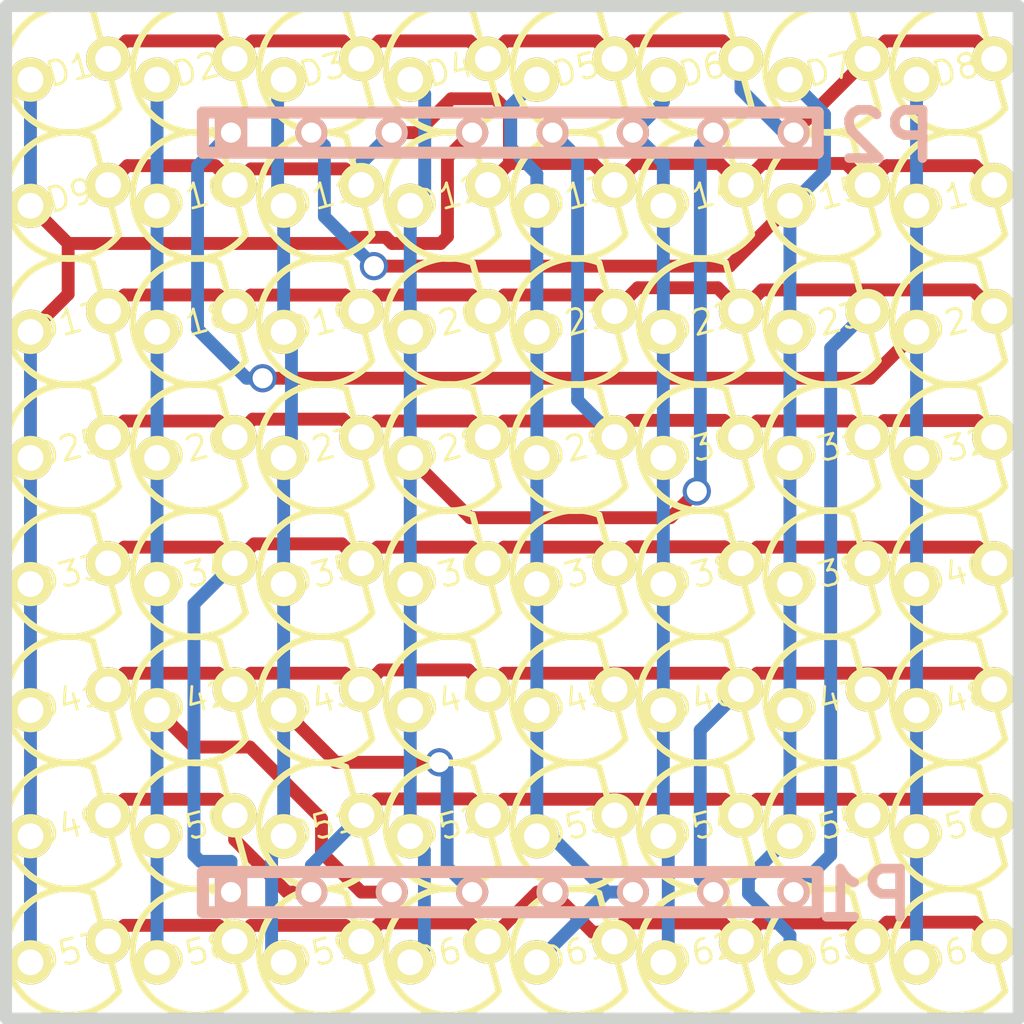
<source format=kicad_pcb>
(kicad_pcb (version 20171130) (host pcbnew 5.1.10)

  (general
    (thickness 1.6002)
    (drawings 4)
    (tracks 311)
    (zones 0)
    (modules 66)
    (nets 17)
  )

  (page A4)
  (title_block
    (date "13 feb 2013")
  )

  (layers
    (0 Front signal)
    (31 Back signal)
    (32 B.Adhes user)
    (33 F.Adhes user)
    (34 B.Paste user)
    (35 F.Paste user)
    (36 B.SilkS user)
    (37 F.SilkS user)
    (38 B.Mask user)
    (39 F.Mask user)
    (40 Dwgs.User user)
    (41 Cmts.User user)
    (42 Eco1.User user)
    (43 Eco2.User user)
    (44 Edge.Cuts user)
  )

  (setup
    (last_trace_width 0.4064)
    (trace_clearance 0.254)
    (zone_clearance 0.508)
    (zone_45_only no)
    (trace_min 0.2032)
    (via_size 0.889)
    (via_drill 0.635)
    (via_min_size 0.889)
    (via_min_drill 0.508)
    (uvia_size 0.508)
    (uvia_drill 0.127)
    (uvias_allowed no)
    (uvia_min_size 0.508)
    (uvia_min_drill 0.127)
    (edge_width 0.381)
    (segment_width 0.381)
    (pcb_text_width 0.3048)
    (pcb_text_size 1.524 2.032)
    (mod_edge_width 0.381)
    (mod_text_size 1.524 1.524)
    (mod_text_width 0.3048)
    (pad_size 1.397 1.397)
    (pad_drill 0.8128)
    (pad_to_mask_clearance 0.254)
    (aux_axis_origin 0 0)
    (visible_elements FFFFFF7F)
    (pcbplotparams
      (layerselection 0x00030_ffffffff)
      (usegerberextensions true)
      (usegerberattributes true)
      (usegerberadvancedattributes true)
      (creategerberjobfile true)
      (excludeedgelayer true)
      (linewidth 0.150000)
      (plotframeref false)
      (viasonmask false)
      (mode 1)
      (useauxorigin false)
      (hpglpennumber 1)
      (hpglpenspeed 20)
      (hpglpendiameter 15.000000)
      (psnegative false)
      (psa4output false)
      (plotreference true)
      (plotvalue true)
      (plotinvisibletext false)
      (padsonsilk false)
      (subtractmaskfromsilk false)
      (outputformat 1)
      (mirror false)
      (drillshape 1)
      (scaleselection 1)
      (outputdirectory ""))
  )

  (net 0 "")
  (net 1 /1)
  (net 2 /10)
  (net 3 /11)
  (net 4 /12)
  (net 5 /13)
  (net 6 /14)
  (net 7 /15)
  (net 8 /16)
  (net 9 /2)
  (net 10 /3)
  (net 11 /4)
  (net 12 /5)
  (net 13 /6)
  (net 14 /7)
  (net 15 /8)
  (net 16 /9)

  (net_class Default "This is the default net class."
    (clearance 0.254)
    (trace_width 0.4064)
    (via_dia 0.889)
    (via_drill 0.635)
    (uvia_dia 0.508)
    (uvia_drill 0.127)
    (add_net /1)
    (add_net /10)
    (add_net /11)
    (add_net /12)
    (add_net /13)
    (add_net /14)
    (add_net /15)
    (add_net /16)
    (add_net /2)
    (add_net /3)
    (add_net /4)
    (add_net /5)
    (add_net /6)
    (add_net /7)
    (add_net /8)
    (add_net /9)
  )

  (module PANEL_HEADER_8PIN (layer Back) (tedit 51187CD9) (tstamp 5118781B)
    (at 66.79946 54.8005)
    (path /51183ED1)
    (fp_text reference P2 (at 11.83894 0.1143) (layer B.SilkS)
      (effects (font (size 1.524 1.524) (thickness 0.3048)) (justify mirror))
    )
    (fp_text value "" (at 0 2.921) (layer B.SilkS) hide
      (effects (font (size 1.524 1.524) (thickness 0.3048)) (justify mirror))
    )
    (fp_line (start -9.779 0.127) (end -9.779 0.635) (layer B.SilkS) (width 0.381))
    (fp_line (start -9.779 0.635) (end 9.525 0.635) (layer B.SilkS) (width 0.381))
    (fp_line (start 9.525 0.635) (end 9.652 0.635) (layer B.SilkS) (width 0.381))
    (fp_line (start 9.652 0.635) (end 9.652 -0.635) (layer B.SilkS) (width 0.381))
    (fp_line (start 9.652 -0.635) (end -9.779 -0.635) (layer B.SilkS) (width 0.381))
    (fp_line (start -9.779 -0.635) (end -9.779 0) (layer B.SilkS) (width 0.381))
    (fp_line (start -9.779 0) (end -9.779 0.381) (layer B.SilkS) (width 0.381))
    (pad 4 thru_hole circle (at -1.27 0) (size 1.016 1.016) (drill 0.635) (layers *.Cu *.Mask B.SilkS)
      (net 5 /13))
    (pad 3 thru_hole circle (at -3.81 0) (size 1.016 1.016) (drill 0.635) (layers *.Cu *.Mask B.SilkS)
      (net 6 /14))
    (pad 2 thru_hole circle (at -6.35 0) (size 1.016 1.016) (drill 0.635) (layers *.Cu *.Mask B.SilkS)
      (net 7 /15))
    (pad 1 thru_hole rect (at -8.89 0) (size 1.016 1.016) (drill 0.635) (layers *.Cu *.Mask B.SilkS)
      (net 8 /16))
    (pad 5 thru_hole circle (at 1.27 0) (size 1.016 1.016) (drill 0.635) (layers *.Cu *.Mask B.SilkS)
      (net 4 /12))
    (pad 6 thru_hole circle (at 3.81 0) (size 1.016 1.016) (drill 0.635) (layers *.Cu *.Mask B.SilkS)
      (net 3 /11))
    (pad 7 thru_hole circle (at 6.35 0) (size 1.016 1.016) (drill 0.635) (layers *.Cu *.Mask B.SilkS)
      (net 2 /10))
    (pad 8 thru_hole circle (at 8.89 0) (size 1.016 1.016) (drill 0.635) (layers *.Cu *.Mask B.SilkS)
      (net 16 /9))
  )

  (module PANEL_HEADER_8PIN (layer Back) (tedit 51187CEC) (tstamp 5118781D)
    (at 66.79946 78.80096)
    (path /51183ECD)
    (fp_text reference P1 (at 11.12774 0.09144) (layer B.SilkS)
      (effects (font (size 1.524 1.524) (thickness 0.3048)) (justify mirror))
    )
    (fp_text value "" (at 0 2.921) (layer B.SilkS) hide
      (effects (font (size 1.524 1.524) (thickness 0.3048)) (justify mirror))
    )
    (fp_line (start -9.779 0.127) (end -9.779 0.635) (layer B.SilkS) (width 0.381))
    (fp_line (start -9.779 0.635) (end 9.525 0.635) (layer B.SilkS) (width 0.381))
    (fp_line (start 9.525 0.635) (end 9.652 0.635) (layer B.SilkS) (width 0.381))
    (fp_line (start 9.652 0.635) (end 9.652 -0.635) (layer B.SilkS) (width 0.381))
    (fp_line (start 9.652 -0.635) (end -9.779 -0.635) (layer B.SilkS) (width 0.381))
    (fp_line (start -9.779 -0.635) (end -9.779 0) (layer B.SilkS) (width 0.381))
    (fp_line (start -9.779 0) (end -9.779 0.381) (layer B.SilkS) (width 0.381))
    (pad 4 thru_hole circle (at -1.27 0) (size 1.016 1.016) (drill 0.635) (layers *.Cu *.Mask B.SilkS)
      (net 11 /4))
    (pad 3 thru_hole circle (at -3.81 0) (size 1.016 1.016) (drill 0.635) (layers *.Cu *.Mask B.SilkS)
      (net 10 /3))
    (pad 2 thru_hole circle (at -6.35 0) (size 1.016 1.016) (drill 0.635) (layers *.Cu *.Mask B.SilkS)
      (net 9 /2))
    (pad 1 thru_hole rect (at -8.89 0) (size 1.016 1.016) (drill 0.635) (layers *.Cu *.Mask B.SilkS)
      (net 1 /1))
    (pad 5 thru_hole circle (at 1.27 0) (size 1.016 1.016) (drill 0.635) (layers *.Cu *.Mask B.SilkS)
      (net 12 /5))
    (pad 6 thru_hole circle (at 3.81 0) (size 1.016 1.016) (drill 0.635) (layers *.Cu *.Mask B.SilkS)
      (net 13 /6))
    (pad 7 thru_hole circle (at 6.35 0) (size 1.016 1.016) (drill 0.635) (layers *.Cu *.Mask B.SilkS)
      (net 14 /7))
    (pad 8 thru_hole circle (at 8.89 0) (size 1.016 1.016) (drill 0.635) (layers *.Cu *.Mask B.SilkS)
      (net 15 /8))
  )

  (module LED-3MM-MOD (layer Front) (tedit 511AE585) (tstamp 5118781E)
    (at 80.79994 72.72274 15)
    (descr "LED 3mm - Lead pitch 100mil (2,54mm)")
    (tags "LED led 3mm 3MM 100mil 2,54mm")
    (path /511840A8)
    (attr virtual)
    (fp_text reference D48 (at 0.00508 0.01016 15) (layer F.SilkS)
      (effects (font (size 0.762 0.762) (thickness 0.0889)))
    )
    (fp_text value LED (at 0.72644 1.22428 15) (layer F.SilkS) hide
      (effects (font (size 0.762 0.762) (thickness 0.0889)))
    )
    (fp_arc (start 0 0) (end 1.19888 1.6002) (angle 90) (layer F.SilkS) (width 0.20066))
    (fp_line (start 1.19888 -1.6002) (end 1.19888 1.6002) (layer F.SilkS) (width 0.20066))
    (fp_arc (start 0 0) (end -1.6002 -1.19888) (angle 90) (layer F.SilkS) (width 0.20066))
    (fp_arc (start 0 0) (end 0 1.99898) (angle 90) (layer F.SilkS) (width 0.20066))
    (fp_arc (start 0 0) (end -1.99898 0) (angle 90) (layer F.SilkS) (width 0.20066))
    (pad 1 thru_hole circle (at -1.27 0 15) (size 1.397 1.397) (drill 0.8128) (layers *.Cu *.Paste *.Mask F.SilkS)
      (net 8 /16))
    (pad 2 thru_hole circle (at 1.27 0 15) (size 1.397 1.397) (drill 0.8128) (layers *.Cu *.Paste *.Mask F.SilkS)
      (net 14 /7))
    (model discret/leds/led3_vertical_verde.wrl
      (at (xyz 0 0 0))
      (scale (xyz 1 1 1))
      (rotate (xyz 0 0 0))
    )
  )

  (module LED-3MM-MOD (layer Front) (tedit 511AE585) (tstamp 51187820)
    (at 76.79944 72.72274 15)
    (descr "LED 3mm - Lead pitch 100mil (2,54mm)")
    (tags "LED led 3mm 3MM 100mil 2,54mm")
    (path /511840A7)
    (attr virtual)
    (fp_text reference D47 (at 0.00508 0.01016 15) (layer F.SilkS)
      (effects (font (size 0.762 0.762) (thickness 0.0889)))
    )
    (fp_text value LED (at 0.72644 1.22428 15) (layer F.SilkS) hide
      (effects (font (size 0.762 0.762) (thickness 0.0889)))
    )
    (fp_arc (start 0 0) (end 1.19888 1.6002) (angle 90) (layer F.SilkS) (width 0.20066))
    (fp_line (start 1.19888 -1.6002) (end 1.19888 1.6002) (layer F.SilkS) (width 0.20066))
    (fp_arc (start 0 0) (end -1.6002 -1.19888) (angle 90) (layer F.SilkS) (width 0.20066))
    (fp_arc (start 0 0) (end 0 1.99898) (angle 90) (layer F.SilkS) (width 0.20066))
    (fp_arc (start 0 0) (end -1.99898 0) (angle 90) (layer F.SilkS) (width 0.20066))
    (pad 1 thru_hole circle (at -1.27 0 15) (size 1.397 1.397) (drill 0.8128) (layers *.Cu *.Paste *.Mask F.SilkS)
      (net 7 /15))
    (pad 2 thru_hole circle (at 1.27 0 15) (size 1.397 1.397) (drill 0.8128) (layers *.Cu *.Paste *.Mask F.SilkS)
      (net 14 /7))
    (model discret/leds/led3_vertical_verde.wrl
      (at (xyz 0 0 0))
      (scale (xyz 1 1 1))
      (rotate (xyz 0 0 0))
    )
  )

  (module LED-3MM-MOD (layer Front) (tedit 511AE585) (tstamp 51187822)
    (at 72.79894 72.72274 15)
    (descr "LED 3mm - Lead pitch 100mil (2,54mm)")
    (tags "LED led 3mm 3MM 100mil 2,54mm")
    (path /511840A9)
    (attr virtual)
    (fp_text reference D46 (at 0.00508 0.01016 15) (layer F.SilkS)
      (effects (font (size 0.762 0.762) (thickness 0.0889)))
    )
    (fp_text value LED (at 0.72644 1.22428 15) (layer F.SilkS) hide
      (effects (font (size 0.762 0.762) (thickness 0.0889)))
    )
    (fp_arc (start 0 0) (end 1.19888 1.6002) (angle 90) (layer F.SilkS) (width 0.20066))
    (fp_line (start 1.19888 -1.6002) (end 1.19888 1.6002) (layer F.SilkS) (width 0.20066))
    (fp_arc (start 0 0) (end -1.6002 -1.19888) (angle 90) (layer F.SilkS) (width 0.20066))
    (fp_arc (start 0 0) (end 0 1.99898) (angle 90) (layer F.SilkS) (width 0.20066))
    (fp_arc (start 0 0) (end -1.99898 0) (angle 90) (layer F.SilkS) (width 0.20066))
    (pad 1 thru_hole circle (at -1.27 0 15) (size 1.397 1.397) (drill 0.8128) (layers *.Cu *.Paste *.Mask F.SilkS)
      (net 3 /11))
    (pad 2 thru_hole circle (at 1.27 0 15) (size 1.397 1.397) (drill 0.8128) (layers *.Cu *.Paste *.Mask F.SilkS)
      (net 14 /7))
    (model discret/leds/led3_vertical_verde.wrl
      (at (xyz 0 0 0))
      (scale (xyz 1 1 1))
      (rotate (xyz 0 0 0))
    )
  )

  (module LED-3MM-MOD (layer Front) (tedit 511AE585) (tstamp 51187824)
    (at 68.80098 72.72274 15)
    (descr "LED 3mm - Lead pitch 100mil (2,54mm)")
    (tags "LED led 3mm 3MM 100mil 2,54mm")
    (path /511840AA)
    (attr virtual)
    (fp_text reference D45 (at 0.00508 0.01016 15) (layer F.SilkS)
      (effects (font (size 0.762 0.762) (thickness 0.0889)))
    )
    (fp_text value LED (at 0.72644 1.22428 15) (layer F.SilkS) hide
      (effects (font (size 0.762 0.762) (thickness 0.0889)))
    )
    (fp_arc (start 0 0) (end 1.19888 1.6002) (angle 90) (layer F.SilkS) (width 0.20066))
    (fp_line (start 1.19888 -1.6002) (end 1.19888 1.6002) (layer F.SilkS) (width 0.20066))
    (fp_arc (start 0 0) (end -1.6002 -1.19888) (angle 90) (layer F.SilkS) (width 0.20066))
    (fp_arc (start 0 0) (end 0 1.99898) (angle 90) (layer F.SilkS) (width 0.20066))
    (fp_arc (start 0 0) (end -1.99898 0) (angle 90) (layer F.SilkS) (width 0.20066))
    (pad 1 thru_hole circle (at -1.27 0 15) (size 1.397 1.397) (drill 0.8128) (layers *.Cu *.Paste *.Mask F.SilkS)
      (net 13 /6))
    (pad 2 thru_hole circle (at 1.27 0 15) (size 1.397 1.397) (drill 0.8128) (layers *.Cu *.Paste *.Mask F.SilkS)
      (net 14 /7))
    (model discret/leds/led3_vertical_verde.wrl
      (at (xyz 0 0 0))
      (scale (xyz 1 1 1))
      (rotate (xyz 0 0 0))
    )
  )

  (module LED-3MM-MOD (layer Front) (tedit 511AE585) (tstamp 51187826)
    (at 64.80048 72.72274 15)
    (descr "LED 3mm - Lead pitch 100mil (2,54mm)")
    (tags "LED led 3mm 3MM 100mil 2,54mm")
    (path /511840A5)
    (attr virtual)
    (fp_text reference D44 (at 0.00508 0.01016 15) (layer F.SilkS)
      (effects (font (size 0.762 0.762) (thickness 0.0889)))
    )
    (fp_text value LED (at 0.72644 1.22428 15) (layer F.SilkS) hide
      (effects (font (size 0.762 0.762) (thickness 0.0889)))
    )
    (fp_arc (start 0 0) (end 1.19888 1.6002) (angle 90) (layer F.SilkS) (width 0.20066))
    (fp_line (start 1.19888 -1.6002) (end 1.19888 1.6002) (layer F.SilkS) (width 0.20066))
    (fp_arc (start 0 0) (end -1.6002 -1.19888) (angle 90) (layer F.SilkS) (width 0.20066))
    (fp_arc (start 0 0) (end 0 1.99898) (angle 90) (layer F.SilkS) (width 0.20066))
    (fp_arc (start 0 0) (end -1.99898 0) (angle 90) (layer F.SilkS) (width 0.20066))
    (pad 1 thru_hole circle (at -1.27 0 15) (size 1.397 1.397) (drill 0.8128) (layers *.Cu *.Paste *.Mask F.SilkS)
      (net 2 /10))
    (pad 2 thru_hole circle (at 1.27 0 15) (size 1.397 1.397) (drill 0.8128) (layers *.Cu *.Paste *.Mask F.SilkS)
      (net 14 /7))
    (model discret/leds/led3_vertical_verde.wrl
      (at (xyz 0 0 0))
      (scale (xyz 1 1 1))
      (rotate (xyz 0 0 0))
    )
  )

  (module LED-3MM-MOD (layer Front) (tedit 511AE585) (tstamp 51187828)
    (at 60.79998 72.72274 15)
    (descr "LED 3mm - Lead pitch 100mil (2,54mm)")
    (tags "LED led 3mm 3MM 100mil 2,54mm")
    (path /511840A6)
    (attr virtual)
    (fp_text reference D43 (at 0.00508 0.01016 15) (layer F.SilkS)
      (effects (font (size 0.762 0.762) (thickness 0.0889)))
    )
    (fp_text value LED (at 0.72644 1.22428 15) (layer F.SilkS) hide
      (effects (font (size 0.762 0.762) (thickness 0.0889)))
    )
    (fp_arc (start 0 0) (end 1.19888 1.6002) (angle 90) (layer F.SilkS) (width 0.20066))
    (fp_line (start 1.19888 -1.6002) (end 1.19888 1.6002) (layer F.SilkS) (width 0.20066))
    (fp_arc (start 0 0) (end -1.6002 -1.19888) (angle 90) (layer F.SilkS) (width 0.20066))
    (fp_arc (start 0 0) (end 0 1.99898) (angle 90) (layer F.SilkS) (width 0.20066))
    (fp_arc (start 0 0) (end -1.99898 0) (angle 90) (layer F.SilkS) (width 0.20066))
    (pad 1 thru_hole circle (at -1.27 0 15) (size 1.397 1.397) (drill 0.8128) (layers *.Cu *.Paste *.Mask F.SilkS)
      (net 11 /4))
    (pad 2 thru_hole circle (at 1.27 0 15) (size 1.397 1.397) (drill 0.8128) (layers *.Cu *.Paste *.Mask F.SilkS)
      (net 14 /7))
    (model discret/leds/led3_vertical_verde.wrl
      (at (xyz 0 0 0))
      (scale (xyz 1 1 1))
      (rotate (xyz 0 0 0))
    )
  )

  (module LED-3MM-MOD (layer Front) (tedit 511AE585) (tstamp 5118782A)
    (at 56.79948 72.72274 15)
    (descr "LED 3mm - Lead pitch 100mil (2,54mm)")
    (tags "LED led 3mm 3MM 100mil 2,54mm")
    (path /511840A4)
    (attr virtual)
    (fp_text reference D42 (at 0.00508 0.01016 15) (layer F.SilkS)
      (effects (font (size 0.762 0.762) (thickness 0.0889)))
    )
    (fp_text value LED (at 0.72644 1.22428 15) (layer F.SilkS) hide
      (effects (font (size 0.762 0.762) (thickness 0.0889)))
    )
    (fp_arc (start 0 0) (end 1.19888 1.6002) (angle 90) (layer F.SilkS) (width 0.20066))
    (fp_line (start 1.19888 -1.6002) (end 1.19888 1.6002) (layer F.SilkS) (width 0.20066))
    (fp_arc (start 0 0) (end -1.6002 -1.19888) (angle 90) (layer F.SilkS) (width 0.20066))
    (fp_arc (start 0 0) (end 0 1.99898) (angle 90) (layer F.SilkS) (width 0.20066))
    (fp_arc (start 0 0) (end -1.99898 0) (angle 90) (layer F.SilkS) (width 0.20066))
    (pad 1 thru_hole circle (at -1.27 0 15) (size 1.397 1.397) (drill 0.8128) (layers *.Cu *.Paste *.Mask F.SilkS)
      (net 10 /3))
    (pad 2 thru_hole circle (at 1.27 0 15) (size 1.397 1.397) (drill 0.8128) (layers *.Cu *.Paste *.Mask F.SilkS)
      (net 14 /7))
    (model discret/leds/led3_vertical_verde.wrl
      (at (xyz 0 0 0))
      (scale (xyz 1 1 1))
      (rotate (xyz 0 0 0))
    )
  )

  (module LED-3MM-MOD (layer Front) (tedit 511AE585) (tstamp 5118782C)
    (at 52.79898 72.72274 15)
    (descr "LED 3mm - Lead pitch 100mil (2,54mm)")
    (tags "LED led 3mm 3MM 100mil 2,54mm")
    (path /511840A3)
    (attr virtual)
    (fp_text reference D41 (at 0.00508 0.01016 15) (layer F.SilkS)
      (effects (font (size 0.762 0.762) (thickness 0.0889)))
    )
    (fp_text value LED (at 0.72644 1.22428 15) (layer F.SilkS) hide
      (effects (font (size 0.762 0.762) (thickness 0.0889)))
    )
    (fp_arc (start 0 0) (end 1.19888 1.6002) (angle 90) (layer F.SilkS) (width 0.20066))
    (fp_line (start 1.19888 -1.6002) (end 1.19888 1.6002) (layer F.SilkS) (width 0.20066))
    (fp_arc (start 0 0) (end -1.6002 -1.19888) (angle 90) (layer F.SilkS) (width 0.20066))
    (fp_arc (start 0 0) (end 0 1.99898) (angle 90) (layer F.SilkS) (width 0.20066))
    (fp_arc (start 0 0) (end -1.99898 0) (angle 90) (layer F.SilkS) (width 0.20066))
    (pad 1 thru_hole circle (at -1.27 0 15) (size 1.397 1.397) (drill 0.8128) (layers *.Cu *.Paste *.Mask F.SilkS)
      (net 5 /13))
    (pad 2 thru_hole circle (at 1.27 0 15) (size 1.397 1.397) (drill 0.8128) (layers *.Cu *.Paste *.Mask F.SilkS)
      (net 14 /7))
    (model discret/leds/led3_vertical_verde.wrl
      (at (xyz 0 0 0))
      (scale (xyz 1 1 1))
      (rotate (xyz 0 0 0))
    )
  )

  (module LED-3MM-MOD (layer Front) (tedit 511AE585) (tstamp 5118782E)
    (at 80.79994 68.73748 15)
    (descr "LED 3mm - Lead pitch 100mil (2,54mm)")
    (tags "LED led 3mm 3MM 100mil 2,54mm")
    (path /511840AD)
    (attr virtual)
    (fp_text reference D40 (at 0.00508 0.01016 15) (layer F.SilkS)
      (effects (font (size 0.762 0.762) (thickness 0.0889)))
    )
    (fp_text value LED (at 0.72644 1.22428 15) (layer F.SilkS) hide
      (effects (font (size 0.762 0.762) (thickness 0.0889)))
    )
    (fp_arc (start 0 0) (end 1.19888 1.6002) (angle 90) (layer F.SilkS) (width 0.20066))
    (fp_line (start 1.19888 -1.6002) (end 1.19888 1.6002) (layer F.SilkS) (width 0.20066))
    (fp_arc (start 0 0) (end -1.6002 -1.19888) (angle 90) (layer F.SilkS) (width 0.20066))
    (fp_arc (start 0 0) (end 0 1.99898) (angle 90) (layer F.SilkS) (width 0.20066))
    (fp_arc (start 0 0) (end -1.99898 0) (angle 90) (layer F.SilkS) (width 0.20066))
    (pad 1 thru_hole circle (at -1.27 0 15) (size 1.397 1.397) (drill 0.8128) (layers *.Cu *.Paste *.Mask F.SilkS)
      (net 8 /16))
    (pad 2 thru_hole circle (at 1.27 0 15) (size 1.397 1.397) (drill 0.8128) (layers *.Cu *.Paste *.Mask F.SilkS)
      (net 1 /1))
    (model discret/leds/led3_vertical_verde.wrl
      (at (xyz 0 0 0))
      (scale (xyz 1 1 1))
      (rotate (xyz 0 0 0))
    )
  )

  (module LED-3MM-MOD (layer Front) (tedit 511AE585) (tstamp 51187830)
    (at 76.79944 68.73748 15)
    (descr "LED 3mm - Lead pitch 100mil (2,54mm)")
    (tags "LED led 3mm 3MM 100mil 2,54mm")
    (path /511840AE)
    (attr virtual)
    (fp_text reference D39 (at 0.00508 0.01016 15) (layer F.SilkS)
      (effects (font (size 0.762 0.762) (thickness 0.0889)))
    )
    (fp_text value LED (at 0.72644 1.22428 15) (layer F.SilkS) hide
      (effects (font (size 0.762 0.762) (thickness 0.0889)))
    )
    (fp_arc (start 0 0) (end 1.19888 1.6002) (angle 90) (layer F.SilkS) (width 0.20066))
    (fp_line (start 1.19888 -1.6002) (end 1.19888 1.6002) (layer F.SilkS) (width 0.20066))
    (fp_arc (start 0 0) (end -1.6002 -1.19888) (angle 90) (layer F.SilkS) (width 0.20066))
    (fp_arc (start 0 0) (end 0 1.99898) (angle 90) (layer F.SilkS) (width 0.20066))
    (fp_arc (start 0 0) (end -1.99898 0) (angle 90) (layer F.SilkS) (width 0.20066))
    (pad 1 thru_hole circle (at -1.27 0 15) (size 1.397 1.397) (drill 0.8128) (layers *.Cu *.Paste *.Mask F.SilkS)
      (net 7 /15))
    (pad 2 thru_hole circle (at 1.27 0 15) (size 1.397 1.397) (drill 0.8128) (layers *.Cu *.Paste *.Mask F.SilkS)
      (net 1 /1))
    (model discret/leds/led3_vertical_verde.wrl
      (at (xyz 0 0 0))
      (scale (xyz 1 1 1))
      (rotate (xyz 0 0 0))
    )
  )

  (module LED-3MM-MOD (layer Front) (tedit 511AE585) (tstamp 51187832)
    (at 72.79894 68.73748 15)
    (descr "LED 3mm - Lead pitch 100mil (2,54mm)")
    (tags "LED led 3mm 3MM 100mil 2,54mm")
    (path /511840AC)
    (attr virtual)
    (fp_text reference D38 (at 0.00508 0.01016 15) (layer F.SilkS)
      (effects (font (size 0.762 0.762) (thickness 0.0889)))
    )
    (fp_text value LED (at 0.72644 1.22428 15) (layer F.SilkS) hide
      (effects (font (size 0.762 0.762) (thickness 0.0889)))
    )
    (fp_arc (start 0 0) (end 1.19888 1.6002) (angle 90) (layer F.SilkS) (width 0.20066))
    (fp_line (start 1.19888 -1.6002) (end 1.19888 1.6002) (layer F.SilkS) (width 0.20066))
    (fp_arc (start 0 0) (end -1.6002 -1.19888) (angle 90) (layer F.SilkS) (width 0.20066))
    (fp_arc (start 0 0) (end 0 1.99898) (angle 90) (layer F.SilkS) (width 0.20066))
    (fp_arc (start 0 0) (end -1.99898 0) (angle 90) (layer F.SilkS) (width 0.20066))
    (pad 1 thru_hole circle (at -1.27 0 15) (size 1.397 1.397) (drill 0.8128) (layers *.Cu *.Paste *.Mask F.SilkS)
      (net 3 /11))
    (pad 2 thru_hole circle (at 1.27 0 15) (size 1.397 1.397) (drill 0.8128) (layers *.Cu *.Paste *.Mask F.SilkS)
      (net 1 /1))
    (model discret/leds/led3_vertical_verde.wrl
      (at (xyz 0 0 0))
      (scale (xyz 1 1 1))
      (rotate (xyz 0 0 0))
    )
  )

  (module LED-3MM-MOD (layer Front) (tedit 511AE585) (tstamp 51187834)
    (at 68.80098 68.73748 15)
    (descr "LED 3mm - Lead pitch 100mil (2,54mm)")
    (tags "LED led 3mm 3MM 100mil 2,54mm")
    (path /511840AB)
    (attr virtual)
    (fp_text reference D37 (at 0.00508 0.01016 15) (layer F.SilkS)
      (effects (font (size 0.762 0.762) (thickness 0.0889)))
    )
    (fp_text value LED (at 0.72644 1.22428 15) (layer F.SilkS) hide
      (effects (font (size 0.762 0.762) (thickness 0.0889)))
    )
    (fp_arc (start 0 0) (end 1.19888 1.6002) (angle 90) (layer F.SilkS) (width 0.20066))
    (fp_line (start 1.19888 -1.6002) (end 1.19888 1.6002) (layer F.SilkS) (width 0.20066))
    (fp_arc (start 0 0) (end -1.6002 -1.19888) (angle 90) (layer F.SilkS) (width 0.20066))
    (fp_arc (start 0 0) (end 0 1.99898) (angle 90) (layer F.SilkS) (width 0.20066))
    (fp_arc (start 0 0) (end -1.99898 0) (angle 90) (layer F.SilkS) (width 0.20066))
    (pad 1 thru_hole circle (at -1.27 0 15) (size 1.397 1.397) (drill 0.8128) (layers *.Cu *.Paste *.Mask F.SilkS)
      (net 13 /6))
    (pad 2 thru_hole circle (at 1.27 0 15) (size 1.397 1.397) (drill 0.8128) (layers *.Cu *.Paste *.Mask F.SilkS)
      (net 1 /1))
    (model discret/leds/led3_vertical_verde.wrl
      (at (xyz 0 0 0))
      (scale (xyz 1 1 1))
      (rotate (xyz 0 0 0))
    )
  )

  (module LED-3MM-MOD (layer Front) (tedit 511AE585) (tstamp 51187836)
    (at 64.80048 68.73748 15)
    (descr "LED 3mm - Lead pitch 100mil (2,54mm)")
    (tags "LED led 3mm 3MM 100mil 2,54mm")
    (path /511840B0)
    (attr virtual)
    (fp_text reference D36 (at 0.00508 0.01016 15) (layer F.SilkS)
      (effects (font (size 0.762 0.762) (thickness 0.0889)))
    )
    (fp_text value LED (at 0.72644 1.22428 15) (layer F.SilkS) hide
      (effects (font (size 0.762 0.762) (thickness 0.0889)))
    )
    (fp_arc (start 0 0) (end 1.19888 1.6002) (angle 90) (layer F.SilkS) (width 0.20066))
    (fp_line (start 1.19888 -1.6002) (end 1.19888 1.6002) (layer F.SilkS) (width 0.20066))
    (fp_arc (start 0 0) (end -1.6002 -1.19888) (angle 90) (layer F.SilkS) (width 0.20066))
    (fp_arc (start 0 0) (end 0 1.99898) (angle 90) (layer F.SilkS) (width 0.20066))
    (fp_arc (start 0 0) (end -1.99898 0) (angle 90) (layer F.SilkS) (width 0.20066))
    (pad 1 thru_hole circle (at -1.27 0 15) (size 1.397 1.397) (drill 0.8128) (layers *.Cu *.Paste *.Mask F.SilkS)
      (net 2 /10))
    (pad 2 thru_hole circle (at 1.27 0 15) (size 1.397 1.397) (drill 0.8128) (layers *.Cu *.Paste *.Mask F.SilkS)
      (net 1 /1))
    (model discret/leds/led3_vertical_verde.wrl
      (at (xyz 0 0 0))
      (scale (xyz 1 1 1))
      (rotate (xyz 0 0 0))
    )
  )

  (module LED-3MM-MOD (layer Front) (tedit 511AE585) (tstamp 51187838)
    (at 60.79998 68.73748 15)
    (descr "LED 3mm - Lead pitch 100mil (2,54mm)")
    (tags "LED led 3mm 3MM 100mil 2,54mm")
    (path /511840AF)
    (attr virtual)
    (fp_text reference D35 (at 0.00508 0.01016 15) (layer F.SilkS)
      (effects (font (size 0.762 0.762) (thickness 0.0889)))
    )
    (fp_text value LED (at 0.72644 1.22428 15) (layer F.SilkS) hide
      (effects (font (size 0.762 0.762) (thickness 0.0889)))
    )
    (fp_arc (start 0 0) (end 1.19888 1.6002) (angle 90) (layer F.SilkS) (width 0.20066))
    (fp_line (start 1.19888 -1.6002) (end 1.19888 1.6002) (layer F.SilkS) (width 0.20066))
    (fp_arc (start 0 0) (end -1.6002 -1.19888) (angle 90) (layer F.SilkS) (width 0.20066))
    (fp_arc (start 0 0) (end 0 1.99898) (angle 90) (layer F.SilkS) (width 0.20066))
    (fp_arc (start 0 0) (end -1.99898 0) (angle 90) (layer F.SilkS) (width 0.20066))
    (pad 1 thru_hole circle (at -1.27 0 15) (size 1.397 1.397) (drill 0.8128) (layers *.Cu *.Paste *.Mask F.SilkS)
      (net 11 /4))
    (pad 2 thru_hole circle (at 1.27 0 15) (size 1.397 1.397) (drill 0.8128) (layers *.Cu *.Paste *.Mask F.SilkS)
      (net 1 /1))
    (model discret/leds/led3_vertical_verde.wrl
      (at (xyz 0 0 0))
      (scale (xyz 1 1 1))
      (rotate (xyz 0 0 0))
    )
  )

  (module LED-3MM-MOD (layer Front) (tedit 511AE585) (tstamp 5118783A)
    (at 56.79948 68.73748 15)
    (descr "LED 3mm - Lead pitch 100mil (2,54mm)")
    (tags "LED led 3mm 3MM 100mil 2,54mm")
    (path /511840B1)
    (attr virtual)
    (fp_text reference D34 (at 0.00508 0.01016 15) (layer F.SilkS)
      (effects (font (size 0.762 0.762) (thickness 0.0889)))
    )
    (fp_text value LED (at 0.72644 1.22428 15) (layer F.SilkS) hide
      (effects (font (size 0.762 0.762) (thickness 0.0889)))
    )
    (fp_arc (start 0 0) (end 1.19888 1.6002) (angle 90) (layer F.SilkS) (width 0.20066))
    (fp_line (start 1.19888 -1.6002) (end 1.19888 1.6002) (layer F.SilkS) (width 0.20066))
    (fp_arc (start 0 0) (end -1.6002 -1.19888) (angle 90) (layer F.SilkS) (width 0.20066))
    (fp_arc (start 0 0) (end 0 1.99898) (angle 90) (layer F.SilkS) (width 0.20066))
    (fp_arc (start 0 0) (end -1.99898 0) (angle 90) (layer F.SilkS) (width 0.20066))
    (pad 1 thru_hole circle (at -1.27 0 15) (size 1.397 1.397) (drill 0.8128) (layers *.Cu *.Paste *.Mask F.SilkS)
      (net 10 /3))
    (pad 2 thru_hole circle (at 1.27 0 15) (size 1.397 1.397) (drill 0.8128) (layers *.Cu *.Paste *.Mask F.SilkS)
      (net 1 /1))
    (model discret/leds/led3_vertical_verde.wrl
      (at (xyz 0 0 0))
      (scale (xyz 1 1 1))
      (rotate (xyz 0 0 0))
    )
  )

  (module LED-3MM-MOD (layer Front) (tedit 511AE585) (tstamp 5118783C)
    (at 52.79898 76.70546 15)
    (descr "LED 3mm - Lead pitch 100mil (2,54mm)")
    (tags "LED led 3mm 3MM 100mil 2,54mm")
    (path /51184093)
    (attr virtual)
    (fp_text reference D49 (at 0.00508 0.01016 15) (layer F.SilkS)
      (effects (font (size 0.762 0.762) (thickness 0.0889)))
    )
    (fp_text value LED (at 0.72644 1.22428 15) (layer F.SilkS) hide
      (effects (font (size 0.762 0.762) (thickness 0.0889)))
    )
    (fp_arc (start 0 0) (end 1.19888 1.6002) (angle 90) (layer F.SilkS) (width 0.20066))
    (fp_line (start 1.19888 -1.6002) (end 1.19888 1.6002) (layer F.SilkS) (width 0.20066))
    (fp_arc (start 0 0) (end -1.6002 -1.19888) (angle 90) (layer F.SilkS) (width 0.20066))
    (fp_arc (start 0 0) (end 0 1.99898) (angle 90) (layer F.SilkS) (width 0.20066))
    (fp_arc (start 0 0) (end -1.99898 0) (angle 90) (layer F.SilkS) (width 0.20066))
    (pad 1 thru_hole circle (at -1.27 0 15) (size 1.397 1.397) (drill 0.8128) (layers *.Cu *.Paste *.Mask F.SilkS)
      (net 5 /13))
    (pad 2 thru_hole circle (at 1.27 0 15) (size 1.397 1.397) (drill 0.8128) (layers *.Cu *.Paste *.Mask F.SilkS)
      (net 9 /2))
    (model discret/leds/led3_vertical_verde.wrl
      (at (xyz 0 0 0))
      (scale (xyz 1 1 1))
      (rotate (xyz 0 0 0))
    )
  )

  (module LED-3MM-MOD (layer Front) (tedit 511AE585) (tstamp 5118783E)
    (at 56.79948 76.70546 15)
    (descr "LED 3mm - Lead pitch 100mil (2,54mm)")
    (tags "LED led 3mm 3MM 100mil 2,54mm")
    (path /51184094)
    (attr virtual)
    (fp_text reference D50 (at 0.00508 0.01016 15) (layer F.SilkS)
      (effects (font (size 0.762 0.762) (thickness 0.0889)))
    )
    (fp_text value LED (at 0.72644 1.22428 15) (layer F.SilkS) hide
      (effects (font (size 0.762 0.762) (thickness 0.0889)))
    )
    (fp_arc (start 0 0) (end 1.19888 1.6002) (angle 90) (layer F.SilkS) (width 0.20066))
    (fp_line (start 1.19888 -1.6002) (end 1.19888 1.6002) (layer F.SilkS) (width 0.20066))
    (fp_arc (start 0 0) (end -1.6002 -1.19888) (angle 90) (layer F.SilkS) (width 0.20066))
    (fp_arc (start 0 0) (end 0 1.99898) (angle 90) (layer F.SilkS) (width 0.20066))
    (fp_arc (start 0 0) (end -1.99898 0) (angle 90) (layer F.SilkS) (width 0.20066))
    (pad 1 thru_hole circle (at -1.27 0 15) (size 1.397 1.397) (drill 0.8128) (layers *.Cu *.Paste *.Mask F.SilkS)
      (net 10 /3))
    (pad 2 thru_hole circle (at 1.27 0 15) (size 1.397 1.397) (drill 0.8128) (layers *.Cu *.Paste *.Mask F.SilkS)
      (net 9 /2))
    (model discret/leds/led3_vertical_verde.wrl
      (at (xyz 0 0 0))
      (scale (xyz 1 1 1))
      (rotate (xyz 0 0 0))
    )
  )

  (module LED-3MM-MOD (layer Front) (tedit 511AE585) (tstamp 51187840)
    (at 60.79998 76.70546 15)
    (descr "LED 3mm - Lead pitch 100mil (2,54mm)")
    (tags "LED led 3mm 3MM 100mil 2,54mm")
    (path /51184096)
    (attr virtual)
    (fp_text reference D51 (at 0.00508 0.01016 15) (layer F.SilkS)
      (effects (font (size 0.762 0.762) (thickness 0.0889)))
    )
    (fp_text value LED (at 0.72644 1.22428 15) (layer F.SilkS) hide
      (effects (font (size 0.762 0.762) (thickness 0.0889)))
    )
    (fp_arc (start 0 0) (end 1.19888 1.6002) (angle 90) (layer F.SilkS) (width 0.20066))
    (fp_line (start 1.19888 -1.6002) (end 1.19888 1.6002) (layer F.SilkS) (width 0.20066))
    (fp_arc (start 0 0) (end -1.6002 -1.19888) (angle 90) (layer F.SilkS) (width 0.20066))
    (fp_arc (start 0 0) (end 0 1.99898) (angle 90) (layer F.SilkS) (width 0.20066))
    (fp_arc (start 0 0) (end -1.99898 0) (angle 90) (layer F.SilkS) (width 0.20066))
    (pad 1 thru_hole circle (at -1.27 0 15) (size 1.397 1.397) (drill 0.8128) (layers *.Cu *.Paste *.Mask F.SilkS)
      (net 11 /4))
    (pad 2 thru_hole circle (at 1.27 0 15) (size 1.397 1.397) (drill 0.8128) (layers *.Cu *.Paste *.Mask F.SilkS)
      (net 9 /2))
    (model discret/leds/led3_vertical_verde.wrl
      (at (xyz 0 0 0))
      (scale (xyz 1 1 1))
      (rotate (xyz 0 0 0))
    )
  )

  (module LED-3MM-MOD (layer Front) (tedit 511AE585) (tstamp 51187842)
    (at 64.80048 76.70546 15)
    (descr "LED 3mm - Lead pitch 100mil (2,54mm)")
    (tags "LED led 3mm 3MM 100mil 2,54mm")
    (path /51184095)
    (attr virtual)
    (fp_text reference D52 (at 0.00508 0.01016 15) (layer F.SilkS)
      (effects (font (size 0.762 0.762) (thickness 0.0889)))
    )
    (fp_text value LED (at 0.72644 1.22428 15) (layer F.SilkS) hide
      (effects (font (size 0.762 0.762) (thickness 0.0889)))
    )
    (fp_arc (start 0 0) (end 1.19888 1.6002) (angle 90) (layer F.SilkS) (width 0.20066))
    (fp_line (start 1.19888 -1.6002) (end 1.19888 1.6002) (layer F.SilkS) (width 0.20066))
    (fp_arc (start 0 0) (end -1.6002 -1.19888) (angle 90) (layer F.SilkS) (width 0.20066))
    (fp_arc (start 0 0) (end 0 1.99898) (angle 90) (layer F.SilkS) (width 0.20066))
    (fp_arc (start 0 0) (end -1.99898 0) (angle 90) (layer F.SilkS) (width 0.20066))
    (pad 1 thru_hole circle (at -1.27 0 15) (size 1.397 1.397) (drill 0.8128) (layers *.Cu *.Paste *.Mask F.SilkS)
      (net 2 /10))
    (pad 2 thru_hole circle (at 1.27 0 15) (size 1.397 1.397) (drill 0.8128) (layers *.Cu *.Paste *.Mask F.SilkS)
      (net 9 /2))
    (model discret/leds/led3_vertical_verde.wrl
      (at (xyz 0 0 0))
      (scale (xyz 1 1 1))
      (rotate (xyz 0 0 0))
    )
  )

  (module LED-3MM-MOD (layer Front) (tedit 511AE585) (tstamp 51187844)
    (at 68.80098 76.70546 15)
    (descr "LED 3mm - Lead pitch 100mil (2,54mm)")
    (tags "LED led 3mm 3MM 100mil 2,54mm")
    (path /5118409A)
    (attr virtual)
    (fp_text reference D53 (at 0.00508 0.01016 15) (layer F.SilkS)
      (effects (font (size 0.762 0.762) (thickness 0.0889)))
    )
    (fp_text value LED (at 0.72644 1.22428 15) (layer F.SilkS) hide
      (effects (font (size 0.762 0.762) (thickness 0.0889)))
    )
    (fp_arc (start 0 0) (end 1.19888 1.6002) (angle 90) (layer F.SilkS) (width 0.20066))
    (fp_line (start 1.19888 -1.6002) (end 1.19888 1.6002) (layer F.SilkS) (width 0.20066))
    (fp_arc (start 0 0) (end -1.6002 -1.19888) (angle 90) (layer F.SilkS) (width 0.20066))
    (fp_arc (start 0 0) (end 0 1.99898) (angle 90) (layer F.SilkS) (width 0.20066))
    (fp_arc (start 0 0) (end -1.99898 0) (angle 90) (layer F.SilkS) (width 0.20066))
    (pad 1 thru_hole circle (at -1.27 0 15) (size 1.397 1.397) (drill 0.8128) (layers *.Cu *.Paste *.Mask F.SilkS)
      (net 13 /6))
    (pad 2 thru_hole circle (at 1.27 0 15) (size 1.397 1.397) (drill 0.8128) (layers *.Cu *.Paste *.Mask F.SilkS)
      (net 9 /2))
    (model discret/leds/led3_vertical_verde.wrl
      (at (xyz 0 0 0))
      (scale (xyz 1 1 1))
      (rotate (xyz 0 0 0))
    )
  )

  (module LED-3MM-MOD (layer Front) (tedit 511AE585) (tstamp 51187846)
    (at 72.79894 76.70546 15)
    (descr "LED 3mm - Lead pitch 100mil (2,54mm)")
    (tags "LED led 3mm 3MM 100mil 2,54mm")
    (path /51184099)
    (attr virtual)
    (fp_text reference D54 (at 0.00508 0.01016 15) (layer F.SilkS)
      (effects (font (size 0.762 0.762) (thickness 0.0889)))
    )
    (fp_text value LED (at 0.72644 1.22428 15) (layer F.SilkS) hide
      (effects (font (size 0.762 0.762) (thickness 0.0889)))
    )
    (fp_arc (start 0 0) (end 1.19888 1.6002) (angle 90) (layer F.SilkS) (width 0.20066))
    (fp_line (start 1.19888 -1.6002) (end 1.19888 1.6002) (layer F.SilkS) (width 0.20066))
    (fp_arc (start 0 0) (end -1.6002 -1.19888) (angle 90) (layer F.SilkS) (width 0.20066))
    (fp_arc (start 0 0) (end 0 1.99898) (angle 90) (layer F.SilkS) (width 0.20066))
    (fp_arc (start 0 0) (end -1.99898 0) (angle 90) (layer F.SilkS) (width 0.20066))
    (pad 1 thru_hole circle (at -1.27 0 15) (size 1.397 1.397) (drill 0.8128) (layers *.Cu *.Paste *.Mask F.SilkS)
      (net 3 /11))
    (pad 2 thru_hole circle (at 1.27 0 15) (size 1.397 1.397) (drill 0.8128) (layers *.Cu *.Paste *.Mask F.SilkS)
      (net 9 /2))
    (model discret/leds/led3_vertical_verde.wrl
      (at (xyz 0 0 0))
      (scale (xyz 1 1 1))
      (rotate (xyz 0 0 0))
    )
  )

  (module LED-3MM-MOD (layer Front) (tedit 511AE585) (tstamp 51187848)
    (at 76.79944 76.70546 15)
    (descr "LED 3mm - Lead pitch 100mil (2,54mm)")
    (tags "LED led 3mm 3MM 100mil 2,54mm")
    (path /51184097)
    (attr virtual)
    (fp_text reference D55 (at 0.00508 0.01016 15) (layer F.SilkS)
      (effects (font (size 0.762 0.762) (thickness 0.0889)))
    )
    (fp_text value LED (at 0.72644 1.22428 15) (layer F.SilkS) hide
      (effects (font (size 0.762 0.762) (thickness 0.0889)))
    )
    (fp_arc (start 0 0) (end 1.19888 1.6002) (angle 90) (layer F.SilkS) (width 0.20066))
    (fp_line (start 1.19888 -1.6002) (end 1.19888 1.6002) (layer F.SilkS) (width 0.20066))
    (fp_arc (start 0 0) (end -1.6002 -1.19888) (angle 90) (layer F.SilkS) (width 0.20066))
    (fp_arc (start 0 0) (end 0 1.99898) (angle 90) (layer F.SilkS) (width 0.20066))
    (fp_arc (start 0 0) (end -1.99898 0) (angle 90) (layer F.SilkS) (width 0.20066))
    (pad 1 thru_hole circle (at -1.27 0 15) (size 1.397 1.397) (drill 0.8128) (layers *.Cu *.Paste *.Mask F.SilkS)
      (net 7 /15))
    (pad 2 thru_hole circle (at 1.27 0 15) (size 1.397 1.397) (drill 0.8128) (layers *.Cu *.Paste *.Mask F.SilkS)
      (net 9 /2))
    (model discret/leds/led3_vertical_verde.wrl
      (at (xyz 0 0 0))
      (scale (xyz 1 1 1))
      (rotate (xyz 0 0 0))
    )
  )

  (module LED-3MM-MOD (layer Front) (tedit 511AE585) (tstamp 5118784A)
    (at 80.79994 76.70546 15)
    (descr "LED 3mm - Lead pitch 100mil (2,54mm)")
    (tags "LED led 3mm 3MM 100mil 2,54mm")
    (path /51184098)
    (attr virtual)
    (fp_text reference D56 (at 0.00508 0.01016 15) (layer F.SilkS)
      (effects (font (size 0.762 0.762) (thickness 0.0889)))
    )
    (fp_text value LED (at 0.72644 1.22428 15) (layer F.SilkS) hide
      (effects (font (size 0.762 0.762) (thickness 0.0889)))
    )
    (fp_arc (start 0 0) (end 1.19888 1.6002) (angle 90) (layer F.SilkS) (width 0.20066))
    (fp_line (start 1.19888 -1.6002) (end 1.19888 1.6002) (layer F.SilkS) (width 0.20066))
    (fp_arc (start 0 0) (end -1.6002 -1.19888) (angle 90) (layer F.SilkS) (width 0.20066))
    (fp_arc (start 0 0) (end 0 1.99898) (angle 90) (layer F.SilkS) (width 0.20066))
    (fp_arc (start 0 0) (end -1.99898 0) (angle 90) (layer F.SilkS) (width 0.20066))
    (pad 1 thru_hole circle (at -1.27 0 15) (size 1.397 1.397) (drill 0.8128) (layers *.Cu *.Paste *.Mask F.SilkS)
      (net 8 /16))
    (pad 2 thru_hole circle (at 1.27 0 15) (size 1.397 1.397) (drill 0.8128) (layers *.Cu *.Paste *.Mask F.SilkS)
      (net 9 /2))
    (model discret/leds/led3_vertical_verde.wrl
      (at (xyz 0 0 0))
      (scale (xyz 1 1 1))
      (rotate (xyz 0 0 0))
    )
  )

  (module LED-3MM-MOD (layer Front) (tedit 511AE585) (tstamp 5118784C)
    (at 52.79898 80.69072 15)
    (descr "LED 3mm - Lead pitch 100mil (2,54mm)")
    (tags "LED led 3mm 3MM 100mil 2,54mm")
    (path /511840A2)
    (attr virtual)
    (fp_text reference D57 (at 0.00508 0.01016 15) (layer F.SilkS)
      (effects (font (size 0.762 0.762) (thickness 0.0889)))
    )
    (fp_text value LED (at 0.72644 1.22428 15) (layer F.SilkS) hide
      (effects (font (size 0.762 0.762) (thickness 0.0889)))
    )
    (fp_arc (start 0 0) (end 1.19888 1.6002) (angle 90) (layer F.SilkS) (width 0.20066))
    (fp_line (start 1.19888 -1.6002) (end 1.19888 1.6002) (layer F.SilkS) (width 0.20066))
    (fp_arc (start 0 0) (end -1.6002 -1.19888) (angle 90) (layer F.SilkS) (width 0.20066))
    (fp_arc (start 0 0) (end 0 1.99898) (angle 90) (layer F.SilkS) (width 0.20066))
    (fp_arc (start 0 0) (end -1.99898 0) (angle 90) (layer F.SilkS) (width 0.20066))
    (pad 1 thru_hole circle (at -1.27 0 15) (size 1.397 1.397) (drill 0.8128) (layers *.Cu *.Paste *.Mask F.SilkS)
      (net 5 /13))
    (pad 2 thru_hole circle (at 1.27 0 15) (size 1.397 1.397) (drill 0.8128) (layers *.Cu *.Paste *.Mask F.SilkS)
      (net 12 /5))
    (model discret/leds/led3_vertical_verde.wrl
      (at (xyz 0 0 0))
      (scale (xyz 1 1 1))
      (rotate (xyz 0 0 0))
    )
  )

  (module LED-3MM-MOD (layer Front) (tedit 511AE585) (tstamp 5118784E)
    (at 56.79948 80.69072 15)
    (descr "LED 3mm - Lead pitch 100mil (2,54mm)")
    (tags "LED led 3mm 3MM 100mil 2,54mm")
    (path /511840A1)
    (attr virtual)
    (fp_text reference D58 (at 0.00508 0.01016 15) (layer F.SilkS)
      (effects (font (size 0.762 0.762) (thickness 0.0889)))
    )
    (fp_text value LED (at 0.72644 1.22428 15) (layer F.SilkS) hide
      (effects (font (size 0.762 0.762) (thickness 0.0889)))
    )
    (fp_arc (start 0 0) (end 1.19888 1.6002) (angle 90) (layer F.SilkS) (width 0.20066))
    (fp_line (start 1.19888 -1.6002) (end 1.19888 1.6002) (layer F.SilkS) (width 0.20066))
    (fp_arc (start 0 0) (end -1.6002 -1.19888) (angle 90) (layer F.SilkS) (width 0.20066))
    (fp_arc (start 0 0) (end 0 1.99898) (angle 90) (layer F.SilkS) (width 0.20066))
    (fp_arc (start 0 0) (end -1.99898 0) (angle 90) (layer F.SilkS) (width 0.20066))
    (pad 1 thru_hole circle (at -1.27 0 15) (size 1.397 1.397) (drill 0.8128) (layers *.Cu *.Paste *.Mask F.SilkS)
      (net 10 /3))
    (pad 2 thru_hole circle (at 1.27 0 15) (size 1.397 1.397) (drill 0.8128) (layers *.Cu *.Paste *.Mask F.SilkS)
      (net 12 /5))
    (model discret/leds/led3_vertical_verde.wrl
      (at (xyz 0 0 0))
      (scale (xyz 1 1 1))
      (rotate (xyz 0 0 0))
    )
  )

  (module LED-3MM-MOD (layer Front) (tedit 511AE585) (tstamp 51187850)
    (at 60.79998 80.69072 15)
    (descr "LED 3mm - Lead pitch 100mil (2,54mm)")
    (tags "LED led 3mm 3MM 100mil 2,54mm")
    (path /5118409F)
    (attr virtual)
    (fp_text reference D59 (at 0.00508 0.01016 15) (layer F.SilkS)
      (effects (font (size 0.762 0.762) (thickness 0.0889)))
    )
    (fp_text value LED (at 0.72644 1.22428 15) (layer F.SilkS) hide
      (effects (font (size 0.762 0.762) (thickness 0.0889)))
    )
    (fp_arc (start 0 0) (end 1.19888 1.6002) (angle 90) (layer F.SilkS) (width 0.20066))
    (fp_line (start 1.19888 -1.6002) (end 1.19888 1.6002) (layer F.SilkS) (width 0.20066))
    (fp_arc (start 0 0) (end -1.6002 -1.19888) (angle 90) (layer F.SilkS) (width 0.20066))
    (fp_arc (start 0 0) (end 0 1.99898) (angle 90) (layer F.SilkS) (width 0.20066))
    (fp_arc (start 0 0) (end -1.99898 0) (angle 90) (layer F.SilkS) (width 0.20066))
    (pad 1 thru_hole circle (at -1.27 0 15) (size 1.397 1.397) (drill 0.8128) (layers *.Cu *.Paste *.Mask F.SilkS)
      (net 11 /4))
    (pad 2 thru_hole circle (at 1.27 0 15) (size 1.397 1.397) (drill 0.8128) (layers *.Cu *.Paste *.Mask F.SilkS)
      (net 12 /5))
    (model discret/leds/led3_vertical_verde.wrl
      (at (xyz 0 0 0))
      (scale (xyz 1 1 1))
      (rotate (xyz 0 0 0))
    )
  )

  (module LED-3MM-MOD (layer Front) (tedit 511AE585) (tstamp 51187852)
    (at 64.80048 80.69072 15)
    (descr "LED 3mm - Lead pitch 100mil (2,54mm)")
    (tags "LED led 3mm 3MM 100mil 2,54mm")
    (path /511840A0)
    (attr virtual)
    (fp_text reference D60 (at 0.00508 0.01016 15) (layer F.SilkS)
      (effects (font (size 0.762 0.762) (thickness 0.0889)))
    )
    (fp_text value LED (at 0.72644 1.22428 15) (layer F.SilkS) hide
      (effects (font (size 0.762 0.762) (thickness 0.0889)))
    )
    (fp_arc (start 0 0) (end 1.19888 1.6002) (angle 90) (layer F.SilkS) (width 0.20066))
    (fp_line (start 1.19888 -1.6002) (end 1.19888 1.6002) (layer F.SilkS) (width 0.20066))
    (fp_arc (start 0 0) (end -1.6002 -1.19888) (angle 90) (layer F.SilkS) (width 0.20066))
    (fp_arc (start 0 0) (end 0 1.99898) (angle 90) (layer F.SilkS) (width 0.20066))
    (fp_arc (start 0 0) (end -1.99898 0) (angle 90) (layer F.SilkS) (width 0.20066))
    (pad 1 thru_hole circle (at -1.27 0 15) (size 1.397 1.397) (drill 0.8128) (layers *.Cu *.Paste *.Mask F.SilkS)
      (net 2 /10))
    (pad 2 thru_hole circle (at 1.27 0 15) (size 1.397 1.397) (drill 0.8128) (layers *.Cu *.Paste *.Mask F.SilkS)
      (net 12 /5))
    (model discret/leds/led3_vertical_verde.wrl
      (at (xyz 0 0 0))
      (scale (xyz 1 1 1))
      (rotate (xyz 0 0 0))
    )
  )

  (module LED-3MM-MOD (layer Front) (tedit 511AE585) (tstamp 51187854)
    (at 68.80098 80.69072 15)
    (descr "LED 3mm - Lead pitch 100mil (2,54mm)")
    (tags "LED led 3mm 3MM 100mil 2,54mm")
    (path /5118409B)
    (attr virtual)
    (fp_text reference D61 (at 0.00508 0.01016 15) (layer F.SilkS)
      (effects (font (size 0.762 0.762) (thickness 0.0889)))
    )
    (fp_text value LED (at 0.72644 1.22428 15) (layer F.SilkS) hide
      (effects (font (size 0.762 0.762) (thickness 0.0889)))
    )
    (fp_arc (start 0 0) (end 1.19888 1.6002) (angle 90) (layer F.SilkS) (width 0.20066))
    (fp_line (start 1.19888 -1.6002) (end 1.19888 1.6002) (layer F.SilkS) (width 0.20066))
    (fp_arc (start 0 0) (end -1.6002 -1.19888) (angle 90) (layer F.SilkS) (width 0.20066))
    (fp_arc (start 0 0) (end 0 1.99898) (angle 90) (layer F.SilkS) (width 0.20066))
    (fp_arc (start 0 0) (end -1.99898 0) (angle 90) (layer F.SilkS) (width 0.20066))
    (pad 1 thru_hole circle (at -1.27 0 15) (size 1.397 1.397) (drill 0.8128) (layers *.Cu *.Paste *.Mask F.SilkS)
      (net 13 /6))
    (pad 2 thru_hole circle (at 1.27 0 15) (size 1.397 1.397) (drill 0.8128) (layers *.Cu *.Paste *.Mask F.SilkS)
      (net 12 /5))
    (model discret/leds/led3_vertical_verde.wrl
      (at (xyz 0 0 0))
      (scale (xyz 1 1 1))
      (rotate (xyz 0 0 0))
    )
  )

  (module LED-3MM-MOD (layer Front) (tedit 511AE585) (tstamp 51187856)
    (at 72.79894 80.69072 15)
    (descr "LED 3mm - Lead pitch 100mil (2,54mm)")
    (tags "LED led 3mm 3MM 100mil 2,54mm")
    (path /5118409C)
    (attr virtual)
    (fp_text reference D62 (at 0.00508 0.01016 15) (layer F.SilkS)
      (effects (font (size 0.762 0.762) (thickness 0.0889)))
    )
    (fp_text value LED (at 0.72644 1.22428 15) (layer F.SilkS) hide
      (effects (font (size 0.762 0.762) (thickness 0.0889)))
    )
    (fp_arc (start 0 0) (end 1.19888 1.6002) (angle 90) (layer F.SilkS) (width 0.20066))
    (fp_line (start 1.19888 -1.6002) (end 1.19888 1.6002) (layer F.SilkS) (width 0.20066))
    (fp_arc (start 0 0) (end -1.6002 -1.19888) (angle 90) (layer F.SilkS) (width 0.20066))
    (fp_arc (start 0 0) (end 0 1.99898) (angle 90) (layer F.SilkS) (width 0.20066))
    (fp_arc (start 0 0) (end -1.99898 0) (angle 90) (layer F.SilkS) (width 0.20066))
    (pad 1 thru_hole circle (at -1.27 0 15) (size 1.397 1.397) (drill 0.8128) (layers *.Cu *.Paste *.Mask F.SilkS)
      (net 3 /11))
    (pad 2 thru_hole circle (at 1.27 0 15) (size 1.397 1.397) (drill 0.8128) (layers *.Cu *.Paste *.Mask F.SilkS)
      (net 12 /5))
    (model discret/leds/led3_vertical_verde.wrl
      (at (xyz 0 0 0))
      (scale (xyz 1 1 1))
      (rotate (xyz 0 0 0))
    )
  )

  (module LED-3MM-MOD (layer Front) (tedit 511AE585) (tstamp 51187858)
    (at 76.79944 80.69072 15)
    (descr "LED 3mm - Lead pitch 100mil (2,54mm)")
    (tags "LED led 3mm 3MM 100mil 2,54mm")
    (path /5118409E)
    (attr virtual)
    (fp_text reference D63 (at 0.00508 0.01016 15) (layer F.SilkS)
      (effects (font (size 0.762 0.762) (thickness 0.0889)))
    )
    (fp_text value LED (at 0.72644 1.22428 15) (layer F.SilkS) hide
      (effects (font (size 0.762 0.762) (thickness 0.0889)))
    )
    (fp_arc (start 0 0) (end 1.19888 1.6002) (angle 90) (layer F.SilkS) (width 0.20066))
    (fp_line (start 1.19888 -1.6002) (end 1.19888 1.6002) (layer F.SilkS) (width 0.20066))
    (fp_arc (start 0 0) (end -1.6002 -1.19888) (angle 90) (layer F.SilkS) (width 0.20066))
    (fp_arc (start 0 0) (end 0 1.99898) (angle 90) (layer F.SilkS) (width 0.20066))
    (fp_arc (start 0 0) (end -1.99898 0) (angle 90) (layer F.SilkS) (width 0.20066))
    (pad 1 thru_hole circle (at -1.27 0 15) (size 1.397 1.397) (drill 0.8128) (layers *.Cu *.Paste *.Mask F.SilkS)
      (net 7 /15))
    (pad 2 thru_hole circle (at 1.27 0 15) (size 1.397 1.397) (drill 0.8128) (layers *.Cu *.Paste *.Mask F.SilkS)
      (net 12 /5))
    (model discret/leds/led3_vertical_verde.wrl
      (at (xyz 0 0 0))
      (scale (xyz 1 1 1))
      (rotate (xyz 0 0 0))
    )
  )

  (module LED-3MM-MOD (layer Front) (tedit 511AE585) (tstamp 5118785A)
    (at 80.79994 80.69072 15)
    (descr "LED 3mm - Lead pitch 100mil (2,54mm)")
    (tags "LED led 3mm 3MM 100mil 2,54mm")
    (path /5118409D)
    (attr virtual)
    (fp_text reference D64 (at 0.00508 0.01016 15) (layer F.SilkS)
      (effects (font (size 0.762 0.762) (thickness 0.0889)))
    )
    (fp_text value LED (at 0.72644 1.22428 15) (layer F.SilkS) hide
      (effects (font (size 0.762 0.762) (thickness 0.0889)))
    )
    (fp_arc (start 0 0) (end 1.19888 1.6002) (angle 90) (layer F.SilkS) (width 0.20066))
    (fp_line (start 1.19888 -1.6002) (end 1.19888 1.6002) (layer F.SilkS) (width 0.20066))
    (fp_arc (start 0 0) (end -1.6002 -1.19888) (angle 90) (layer F.SilkS) (width 0.20066))
    (fp_arc (start 0 0) (end 0 1.99898) (angle 90) (layer F.SilkS) (width 0.20066))
    (fp_arc (start 0 0) (end -1.99898 0) (angle 90) (layer F.SilkS) (width 0.20066))
    (pad 1 thru_hole circle (at -1.27 0 15) (size 1.397 1.397) (drill 0.8128) (layers *.Cu *.Paste *.Mask F.SilkS)
      (net 8 /16))
    (pad 2 thru_hole circle (at 1.27 0 15) (size 1.397 1.397) (drill 0.8128) (layers *.Cu *.Paste *.Mask F.SilkS)
      (net 12 /5))
    (model discret/leds/led3_vertical_verde.wrl
      (at (xyz 0 0 0))
      (scale (xyz 1 1 1))
      (rotate (xyz 0 0 0))
    )
  )

  (module LED-3MM-MOD (layer Front) (tedit 511AE585) (tstamp 51188075)
    (at 52.79898 52.79898 15)
    (descr "LED 3mm - Lead pitch 100mil (2,54mm)")
    (tags "LED led 3mm 3MM 100mil 2,54mm")
    (path /51184015)
    (attr virtual)
    (fp_text reference D1 (at 0.00508 0.01016 15) (layer F.SilkS)
      (effects (font (size 0.762 0.762) (thickness 0.0889)))
    )
    (fp_text value LED (at 0.72644 1.22428 15) (layer F.SilkS) hide
      (effects (font (size 0.762 0.762) (thickness 0.0889)))
    )
    (fp_arc (start 0 0) (end 1.19888 1.6002) (angle 90) (layer F.SilkS) (width 0.20066))
    (fp_line (start 1.19888 -1.6002) (end 1.19888 1.6002) (layer F.SilkS) (width 0.20066))
    (fp_arc (start 0 0) (end -1.6002 -1.19888) (angle 90) (layer F.SilkS) (width 0.20066))
    (fp_arc (start 0 0) (end 0 1.99898) (angle 90) (layer F.SilkS) (width 0.20066))
    (fp_arc (start 0 0) (end -1.99898 0) (angle 90) (layer F.SilkS) (width 0.20066))
    (pad 1 thru_hole circle (at -1.27 0 15) (size 1.397 1.397) (drill 0.8128) (layers *.Cu *.Paste *.Mask F.SilkS)
      (net 5 /13))
    (pad 2 thru_hole circle (at 1.27 0 15) (size 1.397 1.397) (drill 0.8128) (layers *.Cu *.Paste *.Mask F.SilkS)
      (net 16 /9))
    (model discret/leds/led3_vertical_verde.wrl
      (at (xyz 0 0 0))
      (scale (xyz 1 1 1))
      (rotate (xyz 0 0 0))
    )
  )

  (module LED-3MM-MOD (layer Front) (tedit 511AE585) (tstamp 51188072)
    (at 56.79948 52.79898 15)
    (descr "LED 3mm - Lead pitch 100mil (2,54mm)")
    (tags "LED led 3mm 3MM 100mil 2,54mm")
    (path /5118401C)
    (attr virtual)
    (fp_text reference D2 (at 0.00508 0.01016 15) (layer F.SilkS)
      (effects (font (size 0.762 0.762) (thickness 0.0889)))
    )
    (fp_text value LED (at 0.72644 1.22428 15) (layer F.SilkS) hide
      (effects (font (size 0.762 0.762) (thickness 0.0889)))
    )
    (fp_arc (start 0 0) (end 1.19888 1.6002) (angle 90) (layer F.SilkS) (width 0.20066))
    (fp_line (start 1.19888 -1.6002) (end 1.19888 1.6002) (layer F.SilkS) (width 0.20066))
    (fp_arc (start 0 0) (end -1.6002 -1.19888) (angle 90) (layer F.SilkS) (width 0.20066))
    (fp_arc (start 0 0) (end 0 1.99898) (angle 90) (layer F.SilkS) (width 0.20066))
    (fp_arc (start 0 0) (end -1.99898 0) (angle 90) (layer F.SilkS) (width 0.20066))
    (pad 1 thru_hole circle (at -1.27 0 15) (size 1.397 1.397) (drill 0.8128) (layers *.Cu *.Paste *.Mask F.SilkS)
      (net 10 /3))
    (pad 2 thru_hole circle (at 1.27 0 15) (size 1.397 1.397) (drill 0.8128) (layers *.Cu *.Paste *.Mask F.SilkS)
      (net 16 /9))
    (model discret/leds/led3_vertical_verde.wrl
      (at (xyz 0 0 0))
      (scale (xyz 1 1 1))
      (rotate (xyz 0 0 0))
    )
  )

  (module LED-3MM-MOD (layer Front) (tedit 511AE585) (tstamp 5118806F)
    (at 60.79998 52.79898 15)
    (descr "LED 3mm - Lead pitch 100mil (2,54mm)")
    (tags "LED led 3mm 3MM 100mil 2,54mm")
    (path /51184033)
    (attr virtual)
    (fp_text reference D3 (at 0.00508 0.01016 15) (layer F.SilkS)
      (effects (font (size 0.762 0.762) (thickness 0.0889)))
    )
    (fp_text value LED (at 0.72644 1.22428 15) (layer F.SilkS) hide
      (effects (font (size 0.762 0.762) (thickness 0.0889)))
    )
    (fp_arc (start 0 0) (end 1.19888 1.6002) (angle 90) (layer F.SilkS) (width 0.20066))
    (fp_line (start 1.19888 -1.6002) (end 1.19888 1.6002) (layer F.SilkS) (width 0.20066))
    (fp_arc (start 0 0) (end -1.6002 -1.19888) (angle 90) (layer F.SilkS) (width 0.20066))
    (fp_arc (start 0 0) (end 0 1.99898) (angle 90) (layer F.SilkS) (width 0.20066))
    (fp_arc (start 0 0) (end -1.99898 0) (angle 90) (layer F.SilkS) (width 0.20066))
    (pad 1 thru_hole circle (at -1.27 0 15) (size 1.397 1.397) (drill 0.8128) (layers *.Cu *.Paste *.Mask F.SilkS)
      (net 11 /4))
    (pad 2 thru_hole circle (at 1.27 0 15) (size 1.397 1.397) (drill 0.8128) (layers *.Cu *.Paste *.Mask F.SilkS)
      (net 16 /9))
    (model discret/leds/led3_vertical_verde.wrl
      (at (xyz 0 0 0))
      (scale (xyz 1 1 1))
      (rotate (xyz 0 0 0))
    )
  )

  (module LED-3MM-MOD (layer Front) (tedit 511AE585) (tstamp 5118806C)
    (at 64.80048 52.79898 15)
    (descr "LED 3mm - Lead pitch 100mil (2,54mm)")
    (tags "LED led 3mm 3MM 100mil 2,54mm")
    (path /51184032)
    (attr virtual)
    (fp_text reference D4 (at 0.00508 0.01016 15) (layer F.SilkS)
      (effects (font (size 0.762 0.762) (thickness 0.0889)))
    )
    (fp_text value LED (at 0.72644 1.22428 15) (layer F.SilkS) hide
      (effects (font (size 0.762 0.762) (thickness 0.0889)))
    )
    (fp_arc (start 0 0) (end 1.19888 1.6002) (angle 90) (layer F.SilkS) (width 0.20066))
    (fp_line (start 1.19888 -1.6002) (end 1.19888 1.6002) (layer F.SilkS) (width 0.20066))
    (fp_arc (start 0 0) (end -1.6002 -1.19888) (angle 90) (layer F.SilkS) (width 0.20066))
    (fp_arc (start 0 0) (end 0 1.99898) (angle 90) (layer F.SilkS) (width 0.20066))
    (fp_arc (start 0 0) (end -1.99898 0) (angle 90) (layer F.SilkS) (width 0.20066))
    (pad 1 thru_hole circle (at -1.27 0 15) (size 1.397 1.397) (drill 0.8128) (layers *.Cu *.Paste *.Mask F.SilkS)
      (net 2 /10))
    (pad 2 thru_hole circle (at 1.27 0 15) (size 1.397 1.397) (drill 0.8128) (layers *.Cu *.Paste *.Mask F.SilkS)
      (net 16 /9))
    (model discret/leds/led3_vertical_verde.wrl
      (at (xyz 0 0 0))
      (scale (xyz 1 1 1))
      (rotate (xyz 0 0 0))
    )
  )

  (module LED-3MM-MOD (layer Front) (tedit 511AE585) (tstamp 51188069)
    (at 68.80098 52.79898 15)
    (descr "LED 3mm - Lead pitch 100mil (2,54mm)")
    (tags "LED led 3mm 3MM 100mil 2,54mm")
    (path /51184040)
    (attr virtual)
    (fp_text reference D5 (at 0.00508 0.01016 15) (layer F.SilkS)
      (effects (font (size 0.762 0.762) (thickness 0.0889)))
    )
    (fp_text value LED (at 0.72644 1.22428 15) (layer F.SilkS) hide
      (effects (font (size 0.762 0.762) (thickness 0.0889)))
    )
    (fp_arc (start 0 0) (end 1.19888 1.6002) (angle 90) (layer F.SilkS) (width 0.20066))
    (fp_line (start 1.19888 -1.6002) (end 1.19888 1.6002) (layer F.SilkS) (width 0.20066))
    (fp_arc (start 0 0) (end -1.6002 -1.19888) (angle 90) (layer F.SilkS) (width 0.20066))
    (fp_arc (start 0 0) (end 0 1.99898) (angle 90) (layer F.SilkS) (width 0.20066))
    (fp_arc (start 0 0) (end -1.99898 0) (angle 90) (layer F.SilkS) (width 0.20066))
    (pad 1 thru_hole circle (at -1.27 0 15) (size 1.397 1.397) (drill 0.8128) (layers *.Cu *.Paste *.Mask F.SilkS)
      (net 13 /6))
    (pad 2 thru_hole circle (at 1.27 0 15) (size 1.397 1.397) (drill 0.8128) (layers *.Cu *.Paste *.Mask F.SilkS)
      (net 16 /9))
    (model discret/leds/led3_vertical_verde.wrl
      (at (xyz 0 0 0))
      (scale (xyz 1 1 1))
      (rotate (xyz 0 0 0))
    )
  )

  (module LED-3MM-MOD (layer Front) (tedit 511AE585) (tstamp 51188066)
    (at 72.79894 52.79898 15)
    (descr "LED 3mm - Lead pitch 100mil (2,54mm)")
    (tags "LED led 3mm 3MM 100mil 2,54mm")
    (path /5118403F)
    (attr virtual)
    (fp_text reference D6 (at 0.00508 0.01016 15) (layer F.SilkS)
      (effects (font (size 0.762 0.762) (thickness 0.0889)))
    )
    (fp_text value LED (at 0.72644 1.22428 15) (layer F.SilkS) hide
      (effects (font (size 0.762 0.762) (thickness 0.0889)))
    )
    (fp_arc (start 0 0) (end 1.19888 1.6002) (angle 90) (layer F.SilkS) (width 0.20066))
    (fp_line (start 1.19888 -1.6002) (end 1.19888 1.6002) (layer F.SilkS) (width 0.20066))
    (fp_arc (start 0 0) (end -1.6002 -1.19888) (angle 90) (layer F.SilkS) (width 0.20066))
    (fp_arc (start 0 0) (end 0 1.99898) (angle 90) (layer F.SilkS) (width 0.20066))
    (fp_arc (start 0 0) (end -1.99898 0) (angle 90) (layer F.SilkS) (width 0.20066))
    (pad 1 thru_hole circle (at -1.27 0 15) (size 1.397 1.397) (drill 0.8128) (layers *.Cu *.Paste *.Mask F.SilkS)
      (net 3 /11))
    (pad 2 thru_hole circle (at 1.27 0 15) (size 1.397 1.397) (drill 0.8128) (layers *.Cu *.Paste *.Mask F.SilkS)
      (net 16 /9))
    (model discret/leds/led3_vertical_verde.wrl
      (at (xyz 0 0 0))
      (scale (xyz 1 1 1))
      (rotate (xyz 0 0 0))
    )
  )

  (module LED-3MM-MOD (layer Front) (tedit 511AE585) (tstamp 51188063)
    (at 76.79944 52.79898 15)
    (descr "LED 3mm - Lead pitch 100mil (2,54mm)")
    (tags "LED led 3mm 3MM 100mil 2,54mm")
    (path /5118403D)
    (attr virtual)
    (fp_text reference D7 (at 0.00508 0.01016 15) (layer F.SilkS)
      (effects (font (size 0.762 0.762) (thickness 0.0889)))
    )
    (fp_text value LED (at 0.72644 1.22428 15) (layer F.SilkS) hide
      (effects (font (size 0.762 0.762) (thickness 0.0889)))
    )
    (fp_arc (start 0 0) (end 1.19888 1.6002) (angle 90) (layer F.SilkS) (width 0.20066))
    (fp_line (start 1.19888 -1.6002) (end 1.19888 1.6002) (layer F.SilkS) (width 0.20066))
    (fp_arc (start 0 0) (end -1.6002 -1.19888) (angle 90) (layer F.SilkS) (width 0.20066))
    (fp_arc (start 0 0) (end 0 1.99898) (angle 90) (layer F.SilkS) (width 0.20066))
    (fp_arc (start 0 0) (end -1.99898 0) (angle 90) (layer F.SilkS) (width 0.20066))
    (pad 1 thru_hole circle (at -1.27 0 15) (size 1.397 1.397) (drill 0.8128) (layers *.Cu *.Paste *.Mask F.SilkS)
      (net 7 /15))
    (pad 2 thru_hole circle (at 1.27 0 15) (size 1.397 1.397) (drill 0.8128) (layers *.Cu *.Paste *.Mask F.SilkS)
      (net 16 /9))
    (model discret/leds/led3_vertical_verde.wrl
      (at (xyz 0 0 0))
      (scale (xyz 1 1 1))
      (rotate (xyz 0 0 0))
    )
  )

  (module LED-3MM-MOD (layer Front) (tedit 511AE585) (tstamp 51188060)
    (at 80.79994 52.79898 15)
    (descr "LED 3mm - Lead pitch 100mil (2,54mm)")
    (tags "LED led 3mm 3MM 100mil 2,54mm")
    (path /5118403E)
    (attr virtual)
    (fp_text reference D8 (at 0.00508 0.01016 15) (layer F.SilkS)
      (effects (font (size 0.762 0.762) (thickness 0.0889)))
    )
    (fp_text value LED (at 0.72644 1.22428 15) (layer F.SilkS) hide
      (effects (font (size 0.762 0.762) (thickness 0.0889)))
    )
    (fp_arc (start 0 0) (end 1.19888 1.6002) (angle 90) (layer F.SilkS) (width 0.20066))
    (fp_line (start 1.19888 -1.6002) (end 1.19888 1.6002) (layer F.SilkS) (width 0.20066))
    (fp_arc (start 0 0) (end -1.6002 -1.19888) (angle 90) (layer F.SilkS) (width 0.20066))
    (fp_arc (start 0 0) (end 0 1.99898) (angle 90) (layer F.SilkS) (width 0.20066))
    (fp_arc (start 0 0) (end -1.99898 0) (angle 90) (layer F.SilkS) (width 0.20066))
    (pad 1 thru_hole circle (at -1.27 0 15) (size 1.397 1.397) (drill 0.8128) (layers *.Cu *.Paste *.Mask F.SilkS)
      (net 8 /16))
    (pad 2 thru_hole circle (at 1.27 0 15) (size 1.397 1.397) (drill 0.8128) (layers *.Cu *.Paste *.Mask F.SilkS)
      (net 16 /9))
    (model discret/leds/led3_vertical_verde.wrl
      (at (xyz 0 0 0))
      (scale (xyz 1 1 1))
      (rotate (xyz 0 0 0))
    )
  )

  (module LED-3MM-MOD (layer Front) (tedit 511AE585) (tstamp 5118786C)
    (at 52.79898 56.78424 15)
    (descr "LED 3mm - Lead pitch 100mil (2,54mm)")
    (tags "LED led 3mm 3MM 100mil 2,54mm")
    (path /51184081)
    (attr virtual)
    (fp_text reference D9 (at 0.00508 0.01016 15) (layer F.SilkS)
      (effects (font (size 0.762 0.762) (thickness 0.0889)))
    )
    (fp_text value LED (at 0.72644 1.22428 15) (layer F.SilkS) hide
      (effects (font (size 0.762 0.762) (thickness 0.0889)))
    )
    (fp_arc (start 0 0) (end 1.19888 1.6002) (angle 90) (layer F.SilkS) (width 0.20066))
    (fp_line (start 1.19888 -1.6002) (end 1.19888 1.6002) (layer F.SilkS) (width 0.20066))
    (fp_arc (start 0 0) (end -1.6002 -1.19888) (angle 90) (layer F.SilkS) (width 0.20066))
    (fp_arc (start 0 0) (end 0 1.99898) (angle 90) (layer F.SilkS) (width 0.20066))
    (fp_arc (start 0 0) (end -1.99898 0) (angle 90) (layer F.SilkS) (width 0.20066))
    (pad 1 thru_hole circle (at -1.27 0 15) (size 1.397 1.397) (drill 0.8128) (layers *.Cu *.Paste *.Mask F.SilkS)
      (net 5 /13))
    (pad 2 thru_hole circle (at 1.27 0 15) (size 1.397 1.397) (drill 0.8128) (layers *.Cu *.Paste *.Mask F.SilkS)
      (net 6 /14))
    (model discret/leds/led3_vertical_verde.wrl
      (at (xyz 0 0 0))
      (scale (xyz 1 1 1))
      (rotate (xyz 0 0 0))
    )
  )

  (module LED-3MM-MOD (layer Front) (tedit 511AE585) (tstamp 5118786E)
    (at 56.79948 56.78424 15)
    (descr "LED 3mm - Lead pitch 100mil (2,54mm)")
    (tags "LED led 3mm 3MM 100mil 2,54mm")
    (path /51184080)
    (attr virtual)
    (fp_text reference D10 (at 0.00508 0.01016 15) (layer F.SilkS)
      (effects (font (size 0.762 0.762) (thickness 0.0889)))
    )
    (fp_text value LED (at 0.72644 1.22428 15) (layer F.SilkS) hide
      (effects (font (size 0.762 0.762) (thickness 0.0889)))
    )
    (fp_arc (start 0 0) (end 1.19888 1.6002) (angle 90) (layer F.SilkS) (width 0.20066))
    (fp_line (start 1.19888 -1.6002) (end 1.19888 1.6002) (layer F.SilkS) (width 0.20066))
    (fp_arc (start 0 0) (end -1.6002 -1.19888) (angle 90) (layer F.SilkS) (width 0.20066))
    (fp_arc (start 0 0) (end 0 1.99898) (angle 90) (layer F.SilkS) (width 0.20066))
    (fp_arc (start 0 0) (end -1.99898 0) (angle 90) (layer F.SilkS) (width 0.20066))
    (pad 1 thru_hole circle (at -1.27 0 15) (size 1.397 1.397) (drill 0.8128) (layers *.Cu *.Paste *.Mask F.SilkS)
      (net 10 /3))
    (pad 2 thru_hole circle (at 1.27 0 15) (size 1.397 1.397) (drill 0.8128) (layers *.Cu *.Paste *.Mask F.SilkS)
      (net 6 /14))
    (model discret/leds/led3_vertical_verde.wrl
      (at (xyz 0 0 0))
      (scale (xyz 1 1 1))
      (rotate (xyz 0 0 0))
    )
  )

  (module LED-3MM-MOD (layer Front) (tedit 511AE585) (tstamp 51187870)
    (at 60.79998 56.78424 15)
    (descr "LED 3mm - Lead pitch 100mil (2,54mm)")
    (tags "LED led 3mm 3MM 100mil 2,54mm")
    (path /5118407E)
    (attr virtual)
    (fp_text reference D11 (at 0.00508 0.01016 15) (layer F.SilkS)
      (effects (font (size 0.762 0.762) (thickness 0.0889)))
    )
    (fp_text value LED (at 0.72644 1.22428 15) (layer F.SilkS) hide
      (effects (font (size 0.762 0.762) (thickness 0.0889)))
    )
    (fp_arc (start 0 0) (end 1.19888 1.6002) (angle 90) (layer F.SilkS) (width 0.20066))
    (fp_line (start 1.19888 -1.6002) (end 1.19888 1.6002) (layer F.SilkS) (width 0.20066))
    (fp_arc (start 0 0) (end -1.6002 -1.19888) (angle 90) (layer F.SilkS) (width 0.20066))
    (fp_arc (start 0 0) (end 0 1.99898) (angle 90) (layer F.SilkS) (width 0.20066))
    (fp_arc (start 0 0) (end -1.99898 0) (angle 90) (layer F.SilkS) (width 0.20066))
    (pad 1 thru_hole circle (at -1.27 0 15) (size 1.397 1.397) (drill 0.8128) (layers *.Cu *.Paste *.Mask F.SilkS)
      (net 11 /4))
    (pad 2 thru_hole circle (at 1.27 0 15) (size 1.397 1.397) (drill 0.8128) (layers *.Cu *.Paste *.Mask F.SilkS)
      (net 6 /14))
    (model discret/leds/led3_vertical_verde.wrl
      (at (xyz 0 0 0))
      (scale (xyz 1 1 1))
      (rotate (xyz 0 0 0))
    )
  )

  (module LED-3MM-MOD (layer Front) (tedit 511AE585) (tstamp 51187872)
    (at 64.80048 56.78424 15)
    (descr "LED 3mm - Lead pitch 100mil (2,54mm)")
    (tags "LED led 3mm 3MM 100mil 2,54mm")
    (path /5118407F)
    (attr virtual)
    (fp_text reference D12 (at 0.00508 0.01016 15) (layer F.SilkS)
      (effects (font (size 0.762 0.762) (thickness 0.0889)))
    )
    (fp_text value LED (at 0.72644 1.22428 15) (layer F.SilkS) hide
      (effects (font (size 0.762 0.762) (thickness 0.0889)))
    )
    (fp_arc (start 0 0) (end 1.19888 1.6002) (angle 90) (layer F.SilkS) (width 0.20066))
    (fp_line (start 1.19888 -1.6002) (end 1.19888 1.6002) (layer F.SilkS) (width 0.20066))
    (fp_arc (start 0 0) (end -1.6002 -1.19888) (angle 90) (layer F.SilkS) (width 0.20066))
    (fp_arc (start 0 0) (end 0 1.99898) (angle 90) (layer F.SilkS) (width 0.20066))
    (fp_arc (start 0 0) (end -1.99898 0) (angle 90) (layer F.SilkS) (width 0.20066))
    (pad 1 thru_hole circle (at -1.27 0 15) (size 1.397 1.397) (drill 0.8128) (layers *.Cu *.Paste *.Mask F.SilkS)
      (net 2 /10))
    (pad 2 thru_hole circle (at 1.27 0 15) (size 1.397 1.397) (drill 0.8128) (layers *.Cu *.Paste *.Mask F.SilkS)
      (net 6 /14))
    (model discret/leds/led3_vertical_verde.wrl
      (at (xyz 0 0 0))
      (scale (xyz 1 1 1))
      (rotate (xyz 0 0 0))
    )
  )

  (module LED-3MM-MOD (layer Front) (tedit 511AE585) (tstamp 51187874)
    (at 68.80098 56.78424 15)
    (descr "LED 3mm - Lead pitch 100mil (2,54mm)")
    (tags "LED led 3mm 3MM 100mil 2,54mm")
    (path /5118407A)
    (attr virtual)
    (fp_text reference D13 (at 0.00508 0.01016 15) (layer F.SilkS)
      (effects (font (size 0.762 0.762) (thickness 0.0889)))
    )
    (fp_text value LED (at 0.72644 1.22428 15) (layer F.SilkS) hide
      (effects (font (size 0.762 0.762) (thickness 0.0889)))
    )
    (fp_arc (start 0 0) (end 1.19888 1.6002) (angle 90) (layer F.SilkS) (width 0.20066))
    (fp_line (start 1.19888 -1.6002) (end 1.19888 1.6002) (layer F.SilkS) (width 0.20066))
    (fp_arc (start 0 0) (end -1.6002 -1.19888) (angle 90) (layer F.SilkS) (width 0.20066))
    (fp_arc (start 0 0) (end 0 1.99898) (angle 90) (layer F.SilkS) (width 0.20066))
    (fp_arc (start 0 0) (end -1.99898 0) (angle 90) (layer F.SilkS) (width 0.20066))
    (pad 1 thru_hole circle (at -1.27 0 15) (size 1.397 1.397) (drill 0.8128) (layers *.Cu *.Paste *.Mask F.SilkS)
      (net 13 /6))
    (pad 2 thru_hole circle (at 1.27 0 15) (size 1.397 1.397) (drill 0.8128) (layers *.Cu *.Paste *.Mask F.SilkS)
      (net 6 /14))
    (model discret/leds/led3_vertical_verde.wrl
      (at (xyz 0 0 0))
      (scale (xyz 1 1 1))
      (rotate (xyz 0 0 0))
    )
  )

  (module LED-3MM-MOD (layer Front) (tedit 511AE585) (tstamp 51187876)
    (at 72.79894 56.78424 15)
    (descr "LED 3mm - Lead pitch 100mil (2,54mm)")
    (tags "LED led 3mm 3MM 100mil 2,54mm")
    (path /5118407B)
    (attr virtual)
    (fp_text reference D14 (at 0.00508 0.01016 15) (layer F.SilkS)
      (effects (font (size 0.762 0.762) (thickness 0.0889)))
    )
    (fp_text value LED (at 0.72644 1.22428 15) (layer F.SilkS) hide
      (effects (font (size 0.762 0.762) (thickness 0.0889)))
    )
    (fp_arc (start 0 0) (end 1.19888 1.6002) (angle 90) (layer F.SilkS) (width 0.20066))
    (fp_line (start 1.19888 -1.6002) (end 1.19888 1.6002) (layer F.SilkS) (width 0.20066))
    (fp_arc (start 0 0) (end -1.6002 -1.19888) (angle 90) (layer F.SilkS) (width 0.20066))
    (fp_arc (start 0 0) (end 0 1.99898) (angle 90) (layer F.SilkS) (width 0.20066))
    (fp_arc (start 0 0) (end -1.99898 0) (angle 90) (layer F.SilkS) (width 0.20066))
    (pad 1 thru_hole circle (at -1.27 0 15) (size 1.397 1.397) (drill 0.8128) (layers *.Cu *.Paste *.Mask F.SilkS)
      (net 3 /11))
    (pad 2 thru_hole circle (at 1.27 0 15) (size 1.397 1.397) (drill 0.8128) (layers *.Cu *.Paste *.Mask F.SilkS)
      (net 6 /14))
    (model discret/leds/led3_vertical_verde.wrl
      (at (xyz 0 0 0))
      (scale (xyz 1 1 1))
      (rotate (xyz 0 0 0))
    )
  )

  (module LED-3MM-MOD (layer Front) (tedit 511AE585) (tstamp 51187878)
    (at 76.79944 56.78424 15)
    (descr "LED 3mm - Lead pitch 100mil (2,54mm)")
    (tags "LED led 3mm 3MM 100mil 2,54mm")
    (path /5118407D)
    (attr virtual)
    (fp_text reference D15 (at 0.00508 0.01016 15) (layer F.SilkS)
      (effects (font (size 0.762 0.762) (thickness 0.0889)))
    )
    (fp_text value LED (at 0.72644 1.22428 15) (layer F.SilkS) hide
      (effects (font (size 0.762 0.762) (thickness 0.0889)))
    )
    (fp_arc (start 0 0) (end 1.19888 1.6002) (angle 90) (layer F.SilkS) (width 0.20066))
    (fp_line (start 1.19888 -1.6002) (end 1.19888 1.6002) (layer F.SilkS) (width 0.20066))
    (fp_arc (start 0 0) (end -1.6002 -1.19888) (angle 90) (layer F.SilkS) (width 0.20066))
    (fp_arc (start 0 0) (end 0 1.99898) (angle 90) (layer F.SilkS) (width 0.20066))
    (fp_arc (start 0 0) (end -1.99898 0) (angle 90) (layer F.SilkS) (width 0.20066))
    (pad 1 thru_hole circle (at -1.27 0 15) (size 1.397 1.397) (drill 0.8128) (layers *.Cu *.Paste *.Mask F.SilkS)
      (net 7 /15))
    (pad 2 thru_hole circle (at 1.27 0 15) (size 1.397 1.397) (drill 0.8128) (layers *.Cu *.Paste *.Mask F.SilkS)
      (net 6 /14))
    (model discret/leds/led3_vertical_verde.wrl
      (at (xyz 0 0 0))
      (scale (xyz 1 1 1))
      (rotate (xyz 0 0 0))
    )
  )

  (module LED-3MM-MOD (layer Front) (tedit 511AE585) (tstamp 5118787A)
    (at 80.79994 56.78424 15)
    (descr "LED 3mm - Lead pitch 100mil (2,54mm)")
    (tags "LED led 3mm 3MM 100mil 2,54mm")
    (path /5118407C)
    (attr virtual)
    (fp_text reference D16 (at 0.00508 0.01016 15) (layer F.SilkS)
      (effects (font (size 0.762 0.762) (thickness 0.0889)))
    )
    (fp_text value LED (at 0.72644 1.22428 15) (layer F.SilkS) hide
      (effects (font (size 0.762 0.762) (thickness 0.0889)))
    )
    (fp_arc (start 0 0) (end 1.19888 1.6002) (angle 90) (layer F.SilkS) (width 0.20066))
    (fp_line (start 1.19888 -1.6002) (end 1.19888 1.6002) (layer F.SilkS) (width 0.20066))
    (fp_arc (start 0 0) (end -1.6002 -1.19888) (angle 90) (layer F.SilkS) (width 0.20066))
    (fp_arc (start 0 0) (end 0 1.99898) (angle 90) (layer F.SilkS) (width 0.20066))
    (fp_arc (start 0 0) (end -1.99898 0) (angle 90) (layer F.SilkS) (width 0.20066))
    (pad 1 thru_hole circle (at -1.27 0 15) (size 1.397 1.397) (drill 0.8128) (layers *.Cu *.Paste *.Mask F.SilkS)
      (net 8 /16))
    (pad 2 thru_hole circle (at 1.27 0 15) (size 1.397 1.397) (drill 0.8128) (layers *.Cu *.Paste *.Mask F.SilkS)
      (net 6 /14))
    (model discret/leds/led3_vertical_verde.wrl
      (at (xyz 0 0 0))
      (scale (xyz 1 1 1))
      (rotate (xyz 0 0 0))
    )
  )

  (module LED-3MM-MOD (layer Front) (tedit 511AE585) (tstamp 5118787C)
    (at 52.79898 68.73748 15)
    (descr "LED 3mm - Lead pitch 100mil (2,54mm)")
    (tags "LED led 3mm 3MM 100mil 2,54mm")
    (path /511840B2)
    (attr virtual)
    (fp_text reference D33 (at 0.00508 0.01016 15) (layer F.SilkS)
      (effects (font (size 0.762 0.762) (thickness 0.0889)))
    )
    (fp_text value LED (at 0.72644 1.22428 15) (layer F.SilkS) hide
      (effects (font (size 0.762 0.762) (thickness 0.0889)))
    )
    (fp_arc (start 0 0) (end 1.19888 1.6002) (angle 90) (layer F.SilkS) (width 0.20066))
    (fp_line (start 1.19888 -1.6002) (end 1.19888 1.6002) (layer F.SilkS) (width 0.20066))
    (fp_arc (start 0 0) (end -1.6002 -1.19888) (angle 90) (layer F.SilkS) (width 0.20066))
    (fp_arc (start 0 0) (end 0 1.99898) (angle 90) (layer F.SilkS) (width 0.20066))
    (fp_arc (start 0 0) (end -1.99898 0) (angle 90) (layer F.SilkS) (width 0.20066))
    (pad 1 thru_hole circle (at -1.27 0 15) (size 1.397 1.397) (drill 0.8128) (layers *.Cu *.Paste *.Mask F.SilkS)
      (net 5 /13))
    (pad 2 thru_hole circle (at 1.27 0 15) (size 1.397 1.397) (drill 0.8128) (layers *.Cu *.Paste *.Mask F.SilkS)
      (net 1 /1))
    (model discret/leds/led3_vertical_verde.wrl
      (at (xyz 0 0 0))
      (scale (xyz 1 1 1))
      (rotate (xyz 0 0 0))
    )
  )

  (module LED-3MM-MOD (layer Front) (tedit 511AE585) (tstamp 5118787E)
    (at 80.79994 64.75222 15)
    (descr "LED 3mm - Lead pitch 100mil (2,54mm)")
    (tags "LED led 3mm 3MM 100mil 2,54mm")
    (path /51184088)
    (attr virtual)
    (fp_text reference D32 (at 0.00508 0.01016 15) (layer F.SilkS)
      (effects (font (size 0.762 0.762) (thickness 0.0889)))
    )
    (fp_text value LED (at 0.72644 1.22428 15) (layer F.SilkS) hide
      (effects (font (size 0.762 0.762) (thickness 0.0889)))
    )
    (fp_arc (start 0 0) (end 1.19888 1.6002) (angle 90) (layer F.SilkS) (width 0.20066))
    (fp_line (start 1.19888 -1.6002) (end 1.19888 1.6002) (layer F.SilkS) (width 0.20066))
    (fp_arc (start 0 0) (end -1.6002 -1.19888) (angle 90) (layer F.SilkS) (width 0.20066))
    (fp_arc (start 0 0) (end 0 1.99898) (angle 90) (layer F.SilkS) (width 0.20066))
    (fp_arc (start 0 0) (end -1.99898 0) (angle 90) (layer F.SilkS) (width 0.20066))
    (pad 1 thru_hole circle (at -1.27 0 15) (size 1.397 1.397) (drill 0.8128) (layers *.Cu *.Paste *.Mask F.SilkS)
      (net 8 /16))
    (pad 2 thru_hole circle (at 1.27 0 15) (size 1.397 1.397) (drill 0.8128) (layers *.Cu *.Paste *.Mask F.SilkS)
      (net 4 /12))
    (model discret/leds/led3_vertical_verde.wrl
      (at (xyz 0 0 0))
      (scale (xyz 1 1 1))
      (rotate (xyz 0 0 0))
    )
  )

  (module LED-3MM-MOD (layer Front) (tedit 511AE585) (tstamp 51187880)
    (at 76.79944 64.75222 15)
    (descr "LED 3mm - Lead pitch 100mil (2,54mm)")
    (tags "LED led 3mm 3MM 100mil 2,54mm")
    (path /51184087)
    (attr virtual)
    (fp_text reference D31 (at 0.00508 0.01016 15) (layer F.SilkS)
      (effects (font (size 0.762 0.762) (thickness 0.0889)))
    )
    (fp_text value LED (at 0.72644 1.22428 15) (layer F.SilkS) hide
      (effects (font (size 0.762 0.762) (thickness 0.0889)))
    )
    (fp_arc (start 0 0) (end 1.19888 1.6002) (angle 90) (layer F.SilkS) (width 0.20066))
    (fp_line (start 1.19888 -1.6002) (end 1.19888 1.6002) (layer F.SilkS) (width 0.20066))
    (fp_arc (start 0 0) (end -1.6002 -1.19888) (angle 90) (layer F.SilkS) (width 0.20066))
    (fp_arc (start 0 0) (end 0 1.99898) (angle 90) (layer F.SilkS) (width 0.20066))
    (fp_arc (start 0 0) (end -1.99898 0) (angle 90) (layer F.SilkS) (width 0.20066))
    (pad 1 thru_hole circle (at -1.27 0 15) (size 1.397 1.397) (drill 0.8128) (layers *.Cu *.Paste *.Mask F.SilkS)
      (net 7 /15))
    (pad 2 thru_hole circle (at 1.27 0 15) (size 1.397 1.397) (drill 0.8128) (layers *.Cu *.Paste *.Mask F.SilkS)
      (net 4 /12))
    (model discret/leds/led3_vertical_verde.wrl
      (at (xyz 0 0 0))
      (scale (xyz 1 1 1))
      (rotate (xyz 0 0 0))
    )
  )

  (module LED-3MM-MOD (layer Front) (tedit 511AE585) (tstamp 51187882)
    (at 72.79894 64.75222 15)
    (descr "LED 3mm - Lead pitch 100mil (2,54mm)")
    (tags "LED led 3mm 3MM 100mil 2,54mm")
    (path /51184089)
    (attr virtual)
    (fp_text reference D30 (at 0.00508 0.01016 15) (layer F.SilkS)
      (effects (font (size 0.762 0.762) (thickness 0.0889)))
    )
    (fp_text value LED (at 0.72644 1.22428 15) (layer F.SilkS) hide
      (effects (font (size 0.762 0.762) (thickness 0.0889)))
    )
    (fp_arc (start 0 0) (end 1.19888 1.6002) (angle 90) (layer F.SilkS) (width 0.20066))
    (fp_line (start 1.19888 -1.6002) (end 1.19888 1.6002) (layer F.SilkS) (width 0.20066))
    (fp_arc (start 0 0) (end -1.6002 -1.19888) (angle 90) (layer F.SilkS) (width 0.20066))
    (fp_arc (start 0 0) (end 0 1.99898) (angle 90) (layer F.SilkS) (width 0.20066))
    (fp_arc (start 0 0) (end -1.99898 0) (angle 90) (layer F.SilkS) (width 0.20066))
    (pad 1 thru_hole circle (at -1.27 0 15) (size 1.397 1.397) (drill 0.8128) (layers *.Cu *.Paste *.Mask F.SilkS)
      (net 3 /11))
    (pad 2 thru_hole circle (at 1.27 0 15) (size 1.397 1.397) (drill 0.8128) (layers *.Cu *.Paste *.Mask F.SilkS)
      (net 4 /12))
    (model discret/leds/led3_vertical_verde.wrl
      (at (xyz 0 0 0))
      (scale (xyz 1 1 1))
      (rotate (xyz 0 0 0))
    )
  )

  (module LED-3MM-MOD (layer Front) (tedit 511AE585) (tstamp 51187884)
    (at 68.80098 64.75222 15)
    (descr "LED 3mm - Lead pitch 100mil (2,54mm)")
    (tags "LED led 3mm 3MM 100mil 2,54mm")
    (path /5118408A)
    (attr virtual)
    (fp_text reference D29 (at 0.00508 0.01016 15) (layer F.SilkS)
      (effects (font (size 0.762 0.762) (thickness 0.0889)))
    )
    (fp_text value LED (at 0.72644 1.22428 15) (layer F.SilkS) hide
      (effects (font (size 0.762 0.762) (thickness 0.0889)))
    )
    (fp_arc (start 0 0) (end 1.19888 1.6002) (angle 90) (layer F.SilkS) (width 0.20066))
    (fp_line (start 1.19888 -1.6002) (end 1.19888 1.6002) (layer F.SilkS) (width 0.20066))
    (fp_arc (start 0 0) (end -1.6002 -1.19888) (angle 90) (layer F.SilkS) (width 0.20066))
    (fp_arc (start 0 0) (end 0 1.99898) (angle 90) (layer F.SilkS) (width 0.20066))
    (fp_arc (start 0 0) (end -1.99898 0) (angle 90) (layer F.SilkS) (width 0.20066))
    (pad 1 thru_hole circle (at -1.27 0 15) (size 1.397 1.397) (drill 0.8128) (layers *.Cu *.Paste *.Mask F.SilkS)
      (net 13 /6))
    (pad 2 thru_hole circle (at 1.27 0 15) (size 1.397 1.397) (drill 0.8128) (layers *.Cu *.Paste *.Mask F.SilkS)
      (net 4 /12))
    (model discret/leds/led3_vertical_verde.wrl
      (at (xyz 0 0 0))
      (scale (xyz 1 1 1))
      (rotate (xyz 0 0 0))
    )
  )

  (module LED-3MM-MOD (layer Front) (tedit 511AE585) (tstamp 51187886)
    (at 64.80048 64.75222 15)
    (descr "LED 3mm - Lead pitch 100mil (2,54mm)")
    (tags "LED led 3mm 3MM 100mil 2,54mm")
    (path /51184085)
    (attr virtual)
    (fp_text reference D28 (at 0.00508 0.01016 15) (layer F.SilkS)
      (effects (font (size 0.762 0.762) (thickness 0.0889)))
    )
    (fp_text value LED (at 0.72644 1.22428 15) (layer F.SilkS) hide
      (effects (font (size 0.762 0.762) (thickness 0.0889)))
    )
    (fp_arc (start 0 0) (end 1.19888 1.6002) (angle 90) (layer F.SilkS) (width 0.20066))
    (fp_line (start 1.19888 -1.6002) (end 1.19888 1.6002) (layer F.SilkS) (width 0.20066))
    (fp_arc (start 0 0) (end -1.6002 -1.19888) (angle 90) (layer F.SilkS) (width 0.20066))
    (fp_arc (start 0 0) (end 0 1.99898) (angle 90) (layer F.SilkS) (width 0.20066))
    (fp_arc (start 0 0) (end -1.99898 0) (angle 90) (layer F.SilkS) (width 0.20066))
    (pad 1 thru_hole circle (at -1.27 0 15) (size 1.397 1.397) (drill 0.8128) (layers *.Cu *.Paste *.Mask F.SilkS)
      (net 2 /10))
    (pad 2 thru_hole circle (at 1.27 0 15) (size 1.397 1.397) (drill 0.8128) (layers *.Cu *.Paste *.Mask F.SilkS)
      (net 4 /12))
    (model discret/leds/led3_vertical_verde.wrl
      (at (xyz 0 0 0))
      (scale (xyz 1 1 1))
      (rotate (xyz 0 0 0))
    )
  )

  (module LED-3MM-MOD (layer Front) (tedit 511AE585) (tstamp 51187888)
    (at 60.79998 64.75222 15)
    (descr "LED 3mm - Lead pitch 100mil (2,54mm)")
    (tags "LED led 3mm 3MM 100mil 2,54mm")
    (path /51184086)
    (attr virtual)
    (fp_text reference D27 (at 0.00508 0.01016 15) (layer F.SilkS)
      (effects (font (size 0.762 0.762) (thickness 0.0889)))
    )
    (fp_text value LED (at 0.72644 1.22428 15) (layer F.SilkS) hide
      (effects (font (size 0.762 0.762) (thickness 0.0889)))
    )
    (fp_arc (start 0 0) (end 1.19888 1.6002) (angle 90) (layer F.SilkS) (width 0.20066))
    (fp_line (start 1.19888 -1.6002) (end 1.19888 1.6002) (layer F.SilkS) (width 0.20066))
    (fp_arc (start 0 0) (end -1.6002 -1.19888) (angle 90) (layer F.SilkS) (width 0.20066))
    (fp_arc (start 0 0) (end 0 1.99898) (angle 90) (layer F.SilkS) (width 0.20066))
    (fp_arc (start 0 0) (end -1.99898 0) (angle 90) (layer F.SilkS) (width 0.20066))
    (pad 1 thru_hole circle (at -1.27 0 15) (size 1.397 1.397) (drill 0.8128) (layers *.Cu *.Paste *.Mask F.SilkS)
      (net 11 /4))
    (pad 2 thru_hole circle (at 1.27 0 15) (size 1.397 1.397) (drill 0.8128) (layers *.Cu *.Paste *.Mask F.SilkS)
      (net 4 /12))
    (model discret/leds/led3_vertical_verde.wrl
      (at (xyz 0 0 0))
      (scale (xyz 1 1 1))
      (rotate (xyz 0 0 0))
    )
  )

  (module LED-3MM-MOD (layer Front) (tedit 511AE585) (tstamp 5118788A)
    (at 56.79948 64.75222 15)
    (descr "LED 3mm - Lead pitch 100mil (2,54mm)")
    (tags "LED led 3mm 3MM 100mil 2,54mm")
    (path /51184084)
    (attr virtual)
    (fp_text reference D26 (at 0.00508 0.01016 15) (layer F.SilkS)
      (effects (font (size 0.762 0.762) (thickness 0.0889)))
    )
    (fp_text value LED (at 0.72644 1.22428 15) (layer F.SilkS) hide
      (effects (font (size 0.762 0.762) (thickness 0.0889)))
    )
    (fp_arc (start 0 0) (end 1.19888 1.6002) (angle 90) (layer F.SilkS) (width 0.20066))
    (fp_line (start 1.19888 -1.6002) (end 1.19888 1.6002) (layer F.SilkS) (width 0.20066))
    (fp_arc (start 0 0) (end -1.6002 -1.19888) (angle 90) (layer F.SilkS) (width 0.20066))
    (fp_arc (start 0 0) (end 0 1.99898) (angle 90) (layer F.SilkS) (width 0.20066))
    (fp_arc (start 0 0) (end -1.99898 0) (angle 90) (layer F.SilkS) (width 0.20066))
    (pad 1 thru_hole circle (at -1.27 0 15) (size 1.397 1.397) (drill 0.8128) (layers *.Cu *.Paste *.Mask F.SilkS)
      (net 10 /3))
    (pad 2 thru_hole circle (at 1.27 0 15) (size 1.397 1.397) (drill 0.8128) (layers *.Cu *.Paste *.Mask F.SilkS)
      (net 4 /12))
    (model discret/leds/led3_vertical_verde.wrl
      (at (xyz 0 0 0))
      (scale (xyz 1 1 1))
      (rotate (xyz 0 0 0))
    )
  )

  (module LED-3MM-MOD (layer Front) (tedit 511AE585) (tstamp 5118788C)
    (at 52.79898 64.75222 15)
    (descr "LED 3mm - Lead pitch 100mil (2,54mm)")
    (tags "LED led 3mm 3MM 100mil 2,54mm")
    (path /51184083)
    (attr virtual)
    (fp_text reference D25 (at 0.00508 0.01016 15) (layer F.SilkS)
      (effects (font (size 0.762 0.762) (thickness 0.0889)))
    )
    (fp_text value LED (at 0.72644 1.22428 15) (layer F.SilkS) hide
      (effects (font (size 0.762 0.762) (thickness 0.0889)))
    )
    (fp_arc (start 0 0) (end 1.19888 1.6002) (angle 90) (layer F.SilkS) (width 0.20066))
    (fp_line (start 1.19888 -1.6002) (end 1.19888 1.6002) (layer F.SilkS) (width 0.20066))
    (fp_arc (start 0 0) (end -1.6002 -1.19888) (angle 90) (layer F.SilkS) (width 0.20066))
    (fp_arc (start 0 0) (end 0 1.99898) (angle 90) (layer F.SilkS) (width 0.20066))
    (fp_arc (start 0 0) (end -1.99898 0) (angle 90) (layer F.SilkS) (width 0.20066))
    (pad 1 thru_hole circle (at -1.27 0 15) (size 1.397 1.397) (drill 0.8128) (layers *.Cu *.Paste *.Mask F.SilkS)
      (net 5 /13))
    (pad 2 thru_hole circle (at 1.27 0 15) (size 1.397 1.397) (drill 0.8128) (layers *.Cu *.Paste *.Mask F.SilkS)
      (net 4 /12))
    (model discret/leds/led3_vertical_verde.wrl
      (at (xyz 0 0 0))
      (scale (xyz 1 1 1))
      (rotate (xyz 0 0 0))
    )
  )

  (module LED-3MM-MOD (layer Front) (tedit 511AE585) (tstamp 5118788E)
    (at 80.79994 60.7695 15)
    (descr "LED 3mm - Lead pitch 100mil (2,54mm)")
    (tags "LED led 3mm 3MM 100mil 2,54mm")
    (path /5118408D)
    (attr virtual)
    (fp_text reference D24 (at 0.00508 0.01016 15) (layer F.SilkS)
      (effects (font (size 0.762 0.762) (thickness 0.0889)))
    )
    (fp_text value LED (at 0.72644 1.22428 15) (layer F.SilkS) hide
      (effects (font (size 0.762 0.762) (thickness 0.0889)))
    )
    (fp_arc (start 0 0) (end 1.19888 1.6002) (angle 90) (layer F.SilkS) (width 0.20066))
    (fp_line (start 1.19888 -1.6002) (end 1.19888 1.6002) (layer F.SilkS) (width 0.20066))
    (fp_arc (start 0 0) (end -1.6002 -1.19888) (angle 90) (layer F.SilkS) (width 0.20066))
    (fp_arc (start 0 0) (end 0 1.99898) (angle 90) (layer F.SilkS) (width 0.20066))
    (fp_arc (start 0 0) (end -1.99898 0) (angle 90) (layer F.SilkS) (width 0.20066))
    (pad 1 thru_hole circle (at -1.27 0 15) (size 1.397 1.397) (drill 0.8128) (layers *.Cu *.Paste *.Mask F.SilkS)
      (net 8 /16))
    (pad 2 thru_hole circle (at 1.27 0 15) (size 1.397 1.397) (drill 0.8128) (layers *.Cu *.Paste *.Mask F.SilkS)
      (net 15 /8))
    (model discret/leds/led3_vertical_verde.wrl
      (at (xyz 0 0 0))
      (scale (xyz 1 1 1))
      (rotate (xyz 0 0 0))
    )
  )

  (module LED-3MM-MOD (layer Front) (tedit 511AE585) (tstamp 51187890)
    (at 76.79944 60.7695 15)
    (descr "LED 3mm - Lead pitch 100mil (2,54mm)")
    (tags "LED led 3mm 3MM 100mil 2,54mm")
    (path /5118408E)
    (attr virtual)
    (fp_text reference D23 (at 0.00508 0.01016 15) (layer F.SilkS)
      (effects (font (size 0.762 0.762) (thickness 0.0889)))
    )
    (fp_text value LED (at 0.72644 1.22428 15) (layer F.SilkS) hide
      (effects (font (size 0.762 0.762) (thickness 0.0889)))
    )
    (fp_arc (start 0 0) (end 1.19888 1.6002) (angle 90) (layer F.SilkS) (width 0.20066))
    (fp_line (start 1.19888 -1.6002) (end 1.19888 1.6002) (layer F.SilkS) (width 0.20066))
    (fp_arc (start 0 0) (end -1.6002 -1.19888) (angle 90) (layer F.SilkS) (width 0.20066))
    (fp_arc (start 0 0) (end 0 1.99898) (angle 90) (layer F.SilkS) (width 0.20066))
    (fp_arc (start 0 0) (end -1.99898 0) (angle 90) (layer F.SilkS) (width 0.20066))
    (pad 1 thru_hole circle (at -1.27 0 15) (size 1.397 1.397) (drill 0.8128) (layers *.Cu *.Paste *.Mask F.SilkS)
      (net 7 /15))
    (pad 2 thru_hole circle (at 1.27 0 15) (size 1.397 1.397) (drill 0.8128) (layers *.Cu *.Paste *.Mask F.SilkS)
      (net 15 /8))
    (model discret/leds/led3_vertical_verde.wrl
      (at (xyz 0 0 0))
      (scale (xyz 1 1 1))
      (rotate (xyz 0 0 0))
    )
  )

  (module LED-3MM-MOD (layer Front) (tedit 511AE585) (tstamp 51187892)
    (at 72.79894 60.7695 15)
    (descr "LED 3mm - Lead pitch 100mil (2,54mm)")
    (tags "LED led 3mm 3MM 100mil 2,54mm")
    (path /5118408C)
    (attr virtual)
    (fp_text reference D22 (at 0.00508 0.01016 15) (layer F.SilkS)
      (effects (font (size 0.762 0.762) (thickness 0.0889)))
    )
    (fp_text value LED (at 0.72644 1.22428 15) (layer F.SilkS) hide
      (effects (font (size 0.762 0.762) (thickness 0.0889)))
    )
    (fp_arc (start 0 0) (end 1.19888 1.6002) (angle 90) (layer F.SilkS) (width 0.20066))
    (fp_line (start 1.19888 -1.6002) (end 1.19888 1.6002) (layer F.SilkS) (width 0.20066))
    (fp_arc (start 0 0) (end -1.6002 -1.19888) (angle 90) (layer F.SilkS) (width 0.20066))
    (fp_arc (start 0 0) (end 0 1.99898) (angle 90) (layer F.SilkS) (width 0.20066))
    (fp_arc (start 0 0) (end -1.99898 0) (angle 90) (layer F.SilkS) (width 0.20066))
    (pad 1 thru_hole circle (at -1.27 0 15) (size 1.397 1.397) (drill 0.8128) (layers *.Cu *.Paste *.Mask F.SilkS)
      (net 3 /11))
    (pad 2 thru_hole circle (at 1.27 0 15) (size 1.397 1.397) (drill 0.8128) (layers *.Cu *.Paste *.Mask F.SilkS)
      (net 15 /8))
    (model discret/leds/led3_vertical_verde.wrl
      (at (xyz 0 0 0))
      (scale (xyz 1 1 1))
      (rotate (xyz 0 0 0))
    )
  )

  (module LED-3MM-MOD (layer Front) (tedit 511AE585) (tstamp 51187894)
    (at 68.80098 60.7695 15)
    (descr "LED 3mm - Lead pitch 100mil (2,54mm)")
    (tags "LED led 3mm 3MM 100mil 2,54mm")
    (path /5118408B)
    (attr virtual)
    (fp_text reference D21 (at 0.00508 0.01016 15) (layer F.SilkS)
      (effects (font (size 0.762 0.762) (thickness 0.0889)))
    )
    (fp_text value LED (at 0.72644 1.22428 15) (layer F.SilkS) hide
      (effects (font (size 0.762 0.762) (thickness 0.0889)))
    )
    (fp_arc (start 0 0) (end 1.19888 1.6002) (angle 90) (layer F.SilkS) (width 0.20066))
    (fp_line (start 1.19888 -1.6002) (end 1.19888 1.6002) (layer F.SilkS) (width 0.20066))
    (fp_arc (start 0 0) (end -1.6002 -1.19888) (angle 90) (layer F.SilkS) (width 0.20066))
    (fp_arc (start 0 0) (end 0 1.99898) (angle 90) (layer F.SilkS) (width 0.20066))
    (fp_arc (start 0 0) (end -1.99898 0) (angle 90) (layer F.SilkS) (width 0.20066))
    (pad 1 thru_hole circle (at -1.27 0 15) (size 1.397 1.397) (drill 0.8128) (layers *.Cu *.Paste *.Mask F.SilkS)
      (net 13 /6))
    (pad 2 thru_hole circle (at 1.27 0 15) (size 1.397 1.397) (drill 0.8128) (layers *.Cu *.Paste *.Mask F.SilkS)
      (net 15 /8))
    (model discret/leds/led3_vertical_verde.wrl
      (at (xyz 0 0 0))
      (scale (xyz 1 1 1))
      (rotate (xyz 0 0 0))
    )
  )

  (module LED-3MM-MOD (layer Front) (tedit 511AE585) (tstamp 51187896)
    (at 64.80048 60.7695 15)
    (descr "LED 3mm - Lead pitch 100mil (2,54mm)")
    (tags "LED led 3mm 3MM 100mil 2,54mm")
    (path /51184090)
    (attr virtual)
    (fp_text reference D20 (at 0.00508 0.01016 15) (layer F.SilkS)
      (effects (font (size 0.762 0.762) (thickness 0.0889)))
    )
    (fp_text value LED (at 0.72644 1.22428 15) (layer F.SilkS) hide
      (effects (font (size 0.762 0.762) (thickness 0.0889)))
    )
    (fp_arc (start 0 0) (end 1.19888 1.6002) (angle 90) (layer F.SilkS) (width 0.20066))
    (fp_line (start 1.19888 -1.6002) (end 1.19888 1.6002) (layer F.SilkS) (width 0.20066))
    (fp_arc (start 0 0) (end -1.6002 -1.19888) (angle 90) (layer F.SilkS) (width 0.20066))
    (fp_arc (start 0 0) (end 0 1.99898) (angle 90) (layer F.SilkS) (width 0.20066))
    (fp_arc (start 0 0) (end -1.99898 0) (angle 90) (layer F.SilkS) (width 0.20066))
    (pad 1 thru_hole circle (at -1.27 0 15) (size 1.397 1.397) (drill 0.8128) (layers *.Cu *.Paste *.Mask F.SilkS)
      (net 2 /10))
    (pad 2 thru_hole circle (at 1.27 0 15) (size 1.397 1.397) (drill 0.8128) (layers *.Cu *.Paste *.Mask F.SilkS)
      (net 15 /8))
    (model discret/leds/led3_vertical_verde.wrl
      (at (xyz 0 0 0))
      (scale (xyz 1 1 1))
      (rotate (xyz 0 0 0))
    )
  )

  (module LED-3MM-MOD (layer Front) (tedit 511AE585) (tstamp 51187898)
    (at 60.79998 60.7695 15)
    (descr "LED 3mm - Lead pitch 100mil (2,54mm)")
    (tags "LED led 3mm 3MM 100mil 2,54mm")
    (path /5118408F)
    (attr virtual)
    (fp_text reference D19 (at 0.00508 0.01016 15) (layer F.SilkS)
      (effects (font (size 0.762 0.762) (thickness 0.0889)))
    )
    (fp_text value LED (at 0.72644 1.22428 15) (layer F.SilkS) hide
      (effects (font (size 0.762 0.762) (thickness 0.0889)))
    )
    (fp_arc (start 0 0) (end 1.19888 1.6002) (angle 90) (layer F.SilkS) (width 0.20066))
    (fp_line (start 1.19888 -1.6002) (end 1.19888 1.6002) (layer F.SilkS) (width 0.20066))
    (fp_arc (start 0 0) (end -1.6002 -1.19888) (angle 90) (layer F.SilkS) (width 0.20066))
    (fp_arc (start 0 0) (end 0 1.99898) (angle 90) (layer F.SilkS) (width 0.20066))
    (fp_arc (start 0 0) (end -1.99898 0) (angle 90) (layer F.SilkS) (width 0.20066))
    (pad 1 thru_hole circle (at -1.27 0 15) (size 1.397 1.397) (drill 0.8128) (layers *.Cu *.Paste *.Mask F.SilkS)
      (net 11 /4))
    (pad 2 thru_hole circle (at 1.27 0 15) (size 1.397 1.397) (drill 0.8128) (layers *.Cu *.Paste *.Mask F.SilkS)
      (net 15 /8))
    (model discret/leds/led3_vertical_verde.wrl
      (at (xyz 0 0 0))
      (scale (xyz 1 1 1))
      (rotate (xyz 0 0 0))
    )
  )

  (module LED-3MM-MOD (layer Front) (tedit 511AE585) (tstamp 5118789A)
    (at 56.79948 60.7695 15)
    (descr "LED 3mm - Lead pitch 100mil (2,54mm)")
    (tags "LED led 3mm 3MM 100mil 2,54mm")
    (path /51184091)
    (attr virtual)
    (fp_text reference D18 (at 0.00508 0.01016 15) (layer F.SilkS)
      (effects (font (size 0.762 0.762) (thickness 0.0889)))
    )
    (fp_text value LED (at 0.72644 1.22428 15) (layer F.SilkS) hide
      (effects (font (size 0.762 0.762) (thickness 0.0889)))
    )
    (fp_arc (start 0 0) (end 1.19888 1.6002) (angle 90) (layer F.SilkS) (width 0.20066))
    (fp_line (start 1.19888 -1.6002) (end 1.19888 1.6002) (layer F.SilkS) (width 0.20066))
    (fp_arc (start 0 0) (end -1.6002 -1.19888) (angle 90) (layer F.SilkS) (width 0.20066))
    (fp_arc (start 0 0) (end 0 1.99898) (angle 90) (layer F.SilkS) (width 0.20066))
    (fp_arc (start 0 0) (end -1.99898 0) (angle 90) (layer F.SilkS) (width 0.20066))
    (pad 1 thru_hole circle (at -1.27 0 15) (size 1.397 1.397) (drill 0.8128) (layers *.Cu *.Paste *.Mask F.SilkS)
      (net 10 /3))
    (pad 2 thru_hole circle (at 1.27 0 15) (size 1.397 1.397) (drill 0.8128) (layers *.Cu *.Paste *.Mask F.SilkS)
      (net 15 /8))
    (model discret/leds/led3_vertical_verde.wrl
      (at (xyz 0 0 0))
      (scale (xyz 1 1 1))
      (rotate (xyz 0 0 0))
    )
  )

  (module LED-3MM-MOD (layer Front) (tedit 511AE585) (tstamp 5118789C)
    (at 52.79898 60.7695 15)
    (descr "LED 3mm - Lead pitch 100mil (2,54mm)")
    (tags "LED led 3mm 3MM 100mil 2,54mm")
    (path /51184092)
    (attr virtual)
    (fp_text reference D17 (at 0.00508 0.01016 15) (layer F.SilkS)
      (effects (font (size 0.762 0.762) (thickness 0.0889)))
    )
    (fp_text value LED (at 0.72644 1.22428 15) (layer F.SilkS) hide
      (effects (font (size 0.762 0.762) (thickness 0.0889)))
    )
    (fp_arc (start 0 0) (end 1.19888 1.6002) (angle 90) (layer F.SilkS) (width 0.20066))
    (fp_line (start 1.19888 -1.6002) (end 1.19888 1.6002) (layer F.SilkS) (width 0.20066))
    (fp_arc (start 0 0) (end -1.6002 -1.19888) (angle 90) (layer F.SilkS) (width 0.20066))
    (fp_arc (start 0 0) (end 0 1.99898) (angle 90) (layer F.SilkS) (width 0.20066))
    (fp_arc (start 0 0) (end -1.99898 0) (angle 90) (layer F.SilkS) (width 0.20066))
    (pad 1 thru_hole circle (at -1.27 0 15) (size 1.397 1.397) (drill 0.8128) (layers *.Cu *.Paste *.Mask F.SilkS)
      (net 5 /13))
    (pad 2 thru_hole circle (at 1.27 0 15) (size 1.397 1.397) (drill 0.8128) (layers *.Cu *.Paste *.Mask F.SilkS)
      (net 15 /8))
    (model discret/leds/led3_vertical_verde.wrl
      (at (xyz 0 0 0))
      (scale (xyz 1 1 1))
      (rotate (xyz 0 0 0))
    )
  )

  (gr_line (start 82.79892 50.8) (end 82.79892 82.79892) (angle 90) (layer Edge.Cuts) (width 0.381))
  (gr_line (start 50.8 82.79892) (end 82.79892 82.79892) (angle 90) (layer Edge.Cuts) (width 0.381))
  (gr_line (start 50.8 50.8) (end 82.79892 50.8) (angle 90) (layer Edge.Cuts) (width 0.381))
  (gr_line (start 50.8 50.8) (end 50.8 82.79892) (angle 90) (layer Edge.Cuts) (width 0.381))

  (segment (start 56.93664 77.82814) (end 57.90946 77.82814) (width 0.4064) (layer Back) (net 1))
  (segment (start 56.73852 77.63002) (end 56.93664 77.82814) (width 0.4064) (layer Back) (net 1))
  (segment (start 56.73852 69.6976) (end 56.73852 77.63002) (width 0.4064) (layer Back) (net 1))
  (segment (start 58.0263 68.40982) (end 56.73852 69.6976) (width 0.4064) (layer Back) (net 1) (status 400000))
  (segment (start 57.90946 78.80096) (end 57.90946 77.82814) (width 0.4064) (layer Back) (net 1) (status 400000))
  (segment (start 57.51576 67.89928) (end 58.0263 68.40982) (width 0.4064) (layer Front) (net 1) (status 800000))
  (segment (start 54.53634 67.89928) (end 57.51576 67.89928) (width 0.4064) (layer Front) (net 1))
  (segment (start 54.0258 68.40982) (end 54.53634 67.89928) (width 0.4064) (layer Front) (net 1) (status 400000))
  (segment (start 58.64098 67.79514) (end 58.0263 68.40982) (width 0.4064) (layer Front) (net 1) (status 800000))
  (segment (start 61.41212 67.79514) (end 58.64098 67.79514) (width 0.4064) (layer Front) (net 1))
  (segment (start 62.0268 68.40982) (end 61.41212 67.79514) (width 0.4064) (layer Front) (net 1) (status 400000))
  (segment (start 78.02626 67.89928) (end 78.02626 68.40982) (width 0.4064) (layer Front) (net 1) (status 800000))
  (segment (start 81.51622 67.89928) (end 82.02676 68.40982) (width 0.4064) (layer Front) (net 1) (status 800000))
  (segment (start 78.02626 67.89928) (end 81.51622 67.89928) (width 0.4064) (layer Front) (net 1))
  (segment (start 65.51676 67.89928) (end 66.0273 68.40982) (width 0.4064) (layer Front) (net 1) (status 800000))
  (segment (start 62.53734 67.89928) (end 65.51676 67.89928) (width 0.4064) (layer Front) (net 1))
  (segment (start 62.0268 68.40982) (end 62.53734 67.89928) (width 0.4064) (layer Front) (net 1) (status 400000))
  (segment (start 66.53784 67.89928) (end 66.0273 68.40982) (width 0.4064) (layer Front) (net 1) (status 800000))
  (segment (start 69.51726 67.89928) (end 66.53784 67.89928) (width 0.4064) (layer Front) (net 1))
  (segment (start 70.0278 68.40982) (end 69.51726 67.89928) (width 0.4064) (layer Front) (net 1) (status 400000))
  (segment (start 74.5363 67.89928) (end 78.02626 67.89928) (width 0.4064) (layer Front) (net 1))
  (segment (start 74.02576 68.40982) (end 74.5363 67.89928) (width 0.4064) (layer Front) (net 1) (status 400000))
  (segment (start 70.5485 67.88912) (end 70.0278 68.40982) (width 0.4064) (layer Front) (net 1) (status 800000))
  (segment (start 73.50506 67.88912) (end 70.5485 67.88912) (width 0.4064) (layer Front) (net 1))
  (segment (start 74.02576 68.40982) (end 73.50506 67.88912) (width 0.4064) (layer Front) (net 1) (status 400000))
  (via (at 72.62876 66.13652) (size 0.889) (layers Front Back) (net 2))
  (segment (start 63.57366 61.09716) (end 63.57366 57.1119) (width 0.4064) (layer Back) (net 2) (status C00000))
  (segment (start 63.57366 61.09716) (end 63.57366 65.07988) (width 0.4064) (layer Back) (net 2) (status C00000))
  (segment (start 64.0207 77.48016) (end 63.57366 77.03312) (width 0.4064) (layer Back) (net 2) (status 800000))
  (segment (start 64.0207 80.57134) (end 64.0207 77.48016) (width 0.4064) (layer Back) (net 2))
  (segment (start 63.57366 81.01838) (end 64.0207 80.57134) (width 0.4064) (layer Back) (net 2) (status 400000))
  (segment (start 63.57366 65.07988) (end 63.57366 69.06514) (width 0.4064) (layer Back) (net 2) (status C00000))
  (segment (start 63.57366 69.06514) (end 63.57366 73.0504) (width 0.4064) (layer Back) (net 2) (status C00000))
  (segment (start 64.03086 56.6547) (end 63.57366 57.1119) (width 0.4064) (layer Back) (net 2) (status 800000))
  (segment (start 64.03086 53.58384) (end 64.03086 56.6547) (width 0.4064) (layer Back) (net 2))
  (segment (start 63.57366 53.12664) (end 64.03086 53.58384) (width 0.4064) (layer Back) (net 2) (status 400000))
  (segment (start 63.57366 73.0504) (end 63.57366 77.03312) (width 0.4064) (layer Back) (net 2) (status C00000))
  (segment (start 71.79564 66.96964) (end 72.62876 66.13652) (width 0.4064) (layer Front) (net 2))
  (segment (start 65.46342 66.96964) (end 71.79564 66.96964) (width 0.4064) (layer Front) (net 2))
  (segment (start 63.57366 65.07988) (end 65.46342 66.96964) (width 0.4064) (layer Front) (net 2) (status 400000))
  (segment (start 72.74052 55.20944) (end 73.14946 54.8005) (width 0.4064) (layer Back) (net 2) (status 800000))
  (segment (start 72.74052 66.02476) (end 72.74052 55.20944) (width 0.4064) (layer Back) (net 2))
  (segment (start 72.62876 66.13652) (end 72.74052 66.02476) (width 0.4064) (layer Back) (net 2))
  (segment (start 71.57212 65.07988) (end 71.57212 61.09716) (width 0.4064) (layer Back) (net 3) (status C00000))
  (segment (start 71.57212 61.09716) (end 71.57212 57.1119) (width 0.4064) (layer Back) (net 3) (status C00000))
  (segment (start 71.57212 55.76316) (end 70.60946 54.8005) (width 0.4064) (layer Back) (net 3) (status 800000))
  (segment (start 71.57212 57.1119) (end 71.57212 55.76316) (width 0.4064) (layer Back) (net 3) (status 400000))
  (segment (start 71.57212 53.83784) (end 70.60946 54.8005) (width 0.4064) (layer Back) (net 3) (status 800000))
  (segment (start 71.57212 53.12664) (end 71.57212 53.83784) (width 0.4064) (layer Back) (net 3) (status 400000))
  (segment (start 71.72706 77.18806) (end 71.57212 77.03312) (width 0.4064) (layer Back) (net 3) (status 800000))
  (segment (start 71.72706 80.86344) (end 71.72706 77.18806) (width 0.4064) (layer Back) (net 3))
  (segment (start 71.57212 81.01838) (end 71.72706 80.86344) (width 0.4064) (layer Back) (net 3) (status 400000))
  (segment (start 71.57212 73.0504) (end 71.57212 77.03312) (width 0.4064) (layer Back) (net 3) (status C00000))
  (segment (start 71.57212 65.07988) (end 71.57212 69.06514) (width 0.4064) (layer Back) (net 3) (status C00000))
  (segment (start 71.57212 69.06514) (end 71.57212 73.0504) (width 0.4064) (layer Back) (net 3) (status C00000))
  (segment (start 68.86194 55.59298) (end 68.06946 54.8005) (width 0.4064) (layer Back) (net 4) (status 800000))
  (segment (start 68.86194 63.2587) (end 68.86194 55.59298) (width 0.4064) (layer Back) (net 4))
  (segment (start 70.0278 64.42456) (end 68.86194 63.2587) (width 0.4064) (layer Back) (net 4) (status 400000))
  (segment (start 78.5495 63.90132) (end 78.02626 64.42456) (width 0.4064) (layer Front) (net 4) (status 800000))
  (segment (start 81.50352 63.90132) (end 78.5495 63.90132) (width 0.4064) (layer Front) (net 4))
  (segment (start 82.02676 64.42456) (end 81.50352 63.90132) (width 0.4064) (layer Front) (net 4) (status 400000))
  (segment (start 69.51726 63.91402) (end 70.0278 64.42456) (width 0.4064) (layer Front) (net 4) (status 800000))
  (segment (start 66.53784 63.91402) (end 69.51726 63.91402) (width 0.4064) (layer Front) (net 4))
  (segment (start 66.0273 64.42456) (end 66.53784 63.91402) (width 0.4064) (layer Front) (net 4) (status 400000))
  (segment (start 77.51572 63.91402) (end 78.02626 64.42456) (width 0.4064) (layer Front) (net 4) (status 800000))
  (segment (start 74.5363 63.91402) (end 77.51572 63.91402) (width 0.4064) (layer Front) (net 4))
  (segment (start 74.02576 64.42456) (end 74.5363 63.91402) (width 0.4064) (layer Front) (net 4) (status 400000))
  (segment (start 70.55866 63.8937) (end 70.0278 64.42456) (width 0.4064) (layer Front) (net 4) (status 800000))
  (segment (start 73.4949 63.8937) (end 70.55866 63.8937) (width 0.4064) (layer Front) (net 4))
  (segment (start 74.02576 64.42456) (end 73.4949 63.8937) (width 0.4064) (layer Front) (net 4) (status 400000))
  (segment (start 58.59526 63.8556) (end 58.0263 64.42456) (width 0.4064) (layer Front) (net 4) (status 800000))
  (segment (start 61.45784 63.8556) (end 58.59526 63.8556) (width 0.4064) (layer Front) (net 4))
  (segment (start 62.0268 64.42456) (end 61.45784 63.8556) (width 0.4064) (layer Front) (net 4) (status 400000))
  (segment (start 65.51676 63.91402) (end 66.0273 64.42456) (width 0.4064) (layer Front) (net 4) (status 800000))
  (segment (start 62.53734 63.91402) (end 65.51676 63.91402) (width 0.4064) (layer Front) (net 4))
  (segment (start 62.0268 64.42456) (end 62.53734 63.91402) (width 0.4064) (layer Front) (net 4) (status 400000))
  (segment (start 57.51576 63.91402) (end 58.0263 64.42456) (width 0.4064) (layer Front) (net 4) (status 800000))
  (segment (start 54.53634 63.91402) (end 57.51576 63.91402) (width 0.4064) (layer Front) (net 4))
  (segment (start 54.0258 64.42456) (end 54.53634 63.91402) (width 0.4064) (layer Front) (net 4) (status 400000))
  (segment (start 51.57216 65.07988) (end 51.57216 61.09716) (width 0.4064) (layer Back) (net 5) (status C00000))
  (segment (start 51.57216 57.1119) (end 51.57216 53.12664) (width 0.4064) (layer Back) (net 5) (status C00000))
  (segment (start 51.57216 81.01838) (end 51.57216 77.03312) (width 0.4064) (layer Back) (net 5) (status C00000))
  (segment (start 51.57216 65.07988) (end 51.57216 69.06514) (width 0.4064) (layer Back) (net 5) (status C00000))
  (segment (start 51.57216 69.06514) (end 51.57216 73.0504) (width 0.4064) (layer Back) (net 5) (status C00000))
  (segment (start 51.57216 73.0504) (end 51.57216 77.03312) (width 0.4064) (layer Back) (net 5) (status C00000))
  (segment (start 52.76342 59.9059) (end 52.76342 58.30316) (width 0.4064) (layer Front) (net 5))
  (segment (start 51.57216 61.09716) (end 52.76342 59.9059) (width 0.4064) (layer Front) (net 5) (status 400000))
  (segment (start 52.76342 58.30316) (end 51.57216 57.1119) (width 0.4064) (layer Front) (net 5) (status 800000))
  (segment (start 61.61024 58.30316) (end 52.76342 58.30316) (width 0.4064) (layer Front) (net 5))
  (segment (start 61.80328 58.11012) (end 61.61024 58.30316) (width 0.4064) (layer Front) (net 5))
  (segment (start 62.80404 58.11012) (end 61.80328 58.11012) (width 0.4064) (layer Front) (net 5))
  (segment (start 62.99708 58.30316) (end 62.80404 58.11012) (width 0.4064) (layer Front) (net 5))
  (segment (start 64.53124 58.30316) (end 62.99708 58.30316) (width 0.4064) (layer Front) (net 5))
  (segment (start 64.74968 58.08472) (end 64.53124 58.30316) (width 0.4064) (layer Front) (net 5))
  (segment (start 64.74968 55.58028) (end 64.74968 58.08472) (width 0.4064) (layer Front) (net 5))
  (segment (start 65.52946 54.8005) (end 64.74968 55.58028) (width 0.4064) (layer Front) (net 5) (status 400000))
  (segment (start 58.53684 55.94604) (end 58.0263 56.45658) (width 0.4064) (layer Front) (net 6) (status 800000))
  (segment (start 61.51626 55.94604) (end 58.53684 55.94604) (width 0.4064) (layer Front) (net 6))
  (segment (start 62.0268 56.45658) (end 61.51626 55.94604) (width 0.4064) (layer Front) (net 6) (status 400000))
  (segment (start 54.63794 55.84444) (end 54.0258 56.45658) (width 0.4064) (layer Front) (net 6) (status 800000))
  (segment (start 57.41416 55.84444) (end 54.63794 55.84444) (width 0.4064) (layer Front) (net 6))
  (segment (start 58.0263 56.45658) (end 57.41416 55.84444) (width 0.4064) (layer Front) (net 6) (status 400000))
  (segment (start 70.70852 55.77586) (end 70.0278 56.45658) (width 0.4064) (layer Front) (net 6) (status 800000))
  (segment (start 73.34504 55.77586) (end 70.70852 55.77586) (width 0.4064) (layer Front) (net 6))
  (segment (start 74.02576 56.45658) (end 73.34504 55.77586) (width 0.4064) (layer Front) (net 6) (status 400000))
  (segment (start 63.79972 54.8005) (end 62.98946 54.8005) (width 0.4064) (layer Front) (net 6) (status 800000))
  (segment (start 64.86906 53.73116) (end 63.79972 54.8005) (width 0.4064) (layer Front) (net 6))
  (segment (start 66.26352 53.73116) (end 64.86906 53.73116) (width 0.4064) (layer Front) (net 6))
  (segment (start 66.70802 54.17566) (end 66.26352 53.73116) (width 0.4064) (layer Front) (net 6))
  (segment (start 66.70802 55.77586) (end 66.70802 54.17566) (width 0.4064) (layer Front) (net 6))
  (segment (start 69.34708 55.77586) (end 66.70802 55.77586) (width 0.4064) (layer Front) (net 6))
  (segment (start 70.0278 56.45658) (end 69.34708 55.77586) (width 0.4064) (layer Front) (net 6) (status 400000))
  (segment (start 66.70802 55.77586) (end 66.0273 56.45658) (width 0.4064) (layer Front) (net 6) (status 800000))
  (segment (start 78.6384 55.84444) (end 78.02626 56.45658) (width 0.4064) (layer Front) (net 6) (status 800000))
  (segment (start 81.41462 55.84444) (end 78.6384 55.84444) (width 0.4064) (layer Front) (net 6))
  (segment (start 82.02676 56.45658) (end 81.41462 55.84444) (width 0.4064) (layer Front) (net 6) (status 400000))
  (segment (start 74.70648 55.77586) (end 74.02576 56.45658) (width 0.4064) (layer Front) (net 6) (status 800000))
  (segment (start 77.34554 55.77586) (end 74.70648 55.77586) (width 0.4064) (layer Front) (net 6))
  (segment (start 78.02626 56.45658) (end 77.34554 55.77586) (width 0.4064) (layer Front) (net 6) (status 400000))
  (segment (start 62.0268 55.76316) (end 62.0268 56.45658) (width 0.4064) (layer Back) (net 6) (status 800000))
  (segment (start 62.98946 54.8005) (end 62.0268 55.76316) (width 0.4064) (layer Back) (net 6) (status 400000))
  (via (at 62.42558 59.01944) (size 0.889) (layers Front Back) (net 7))
  (segment (start 75.57262 61.09716) (end 75.57262 65.07988) (width 0.4064) (layer Back) (net 7) (status C00000))
  (segment (start 74.26198 78.34376) (end 75.57262 77.03312) (width 0.4064) (layer Back) (net 7) (status 800000))
  (segment (start 74.26198 78.85176) (end 74.26198 78.34376) (width 0.4064) (layer Back) (net 7))
  (segment (start 75.57262 80.1624) (end 74.26198 78.85176) (width 0.4064) (layer Back) (net 7))
  (segment (start 75.57262 81.01838) (end 75.57262 80.1624) (width 0.4064) (layer Back) (net 7) (status 400000))
  (segment (start 75.57262 77.03312) (end 75.57262 73.0504) (width 0.4064) (layer Back) (net 7) (status C00000))
  (segment (start 75.57262 65.07988) (end 75.57262 69.06514) (width 0.4064) (layer Back) (net 7) (status C00000))
  (segment (start 75.57262 69.06514) (end 75.57262 73.0504) (width 0.4064) (layer Back) (net 7) (status C00000))
  (segment (start 75.57262 61.09716) (end 75.57262 57.1119) (width 0.4064) (layer Back) (net 7) (status C00000))
  (segment (start 76.66482 54.21884) (end 75.57262 53.12664) (width 0.4064) (layer Back) (net 7) (status 800000))
  (segment (start 76.66482 56.0197) (end 76.66482 54.21884) (width 0.4064) (layer Back) (net 7))
  (segment (start 75.57262 57.1119) (end 76.66482 56.0197) (width 0.4064) (layer Back) (net 7) (status 400000))
  (segment (start 60.86094 57.4548) (end 62.42558 59.01944) (width 0.4064) (layer Back) (net 7))
  (segment (start 60.86094 55.21198) (end 60.86094 57.4548) (width 0.4064) (layer Back) (net 7))
  (segment (start 60.44946 54.8005) (end 60.86094 55.21198) (width 0.4064) (layer Back) (net 7) (status 400000))
  (segment (start 73.66508 59.01944) (end 62.42558 59.01944) (width 0.4064) (layer Front) (net 7))
  (segment (start 75.57262 57.1119) (end 73.66508 59.01944) (width 0.4064) (layer Front) (net 7) (status 400000))
  (via (at 58.91022 62.56274) (size 0.889) (layers Front Back) (net 8))
  (segment (start 79.57312 61.09716) (end 79.57312 57.1119) (width 0.4064) (layer Back) (net 8) (status C00000))
  (segment (start 79.57312 57.1119) (end 79.57312 53.12664) (width 0.4064) (layer Back) (net 8) (status C00000))
  (segment (start 79.57312 61.09716) (end 79.57312 65.07988) (width 0.4064) (layer Back) (net 8) (status C00000))
  (segment (start 79.57312 81.01838) (end 79.57312 77.03312) (width 0.4064) (layer Back) (net 8) (status C00000))
  (segment (start 79.57312 77.03312) (end 79.57312 73.0504) (width 0.4064) (layer Back) (net 8) (status C00000))
  (segment (start 79.57312 65.07988) (end 79.57312 69.06514) (width 0.4064) (layer Back) (net 8) (status C00000))
  (segment (start 79.57312 69.06514) (end 79.57312 73.0504) (width 0.4064) (layer Back) (net 8) (status C00000))
  (segment (start 78.10754 62.56274) (end 58.91022 62.56274) (width 0.4064) (layer Front) (net 8))
  (segment (start 79.57312 61.09716) (end 78.10754 62.56274) (width 0.4064) (layer Front) (net 8) (status 400000))
  (segment (start 56.85282 55.85714) (end 57.90946 54.8005) (width 0.4064) (layer Back) (net 8) (status 800000))
  (segment (start 56.85282 61.01334) (end 56.85282 55.85714) (width 0.4064) (layer Back) (net 8))
  (segment (start 58.40222 62.56274) (end 56.85282 61.01334) (width 0.4064) (layer Back) (net 8))
  (segment (start 58.91022 62.56274) (end 58.40222 62.56274) (width 0.4064) (layer Back) (net 8))
  (segment (start 60.44946 77.95514) (end 60.44946 78.80096) (width 0.4064) (layer Back) (net 9) (status 800000))
  (segment (start 62.0268 76.3778) (end 60.44946 77.95514) (width 0.4064) (layer Back) (net 9) (status 400000))
  (segment (start 54.53634 75.86726) (end 54.0258 76.3778) (width 0.4064) (layer Front) (net 9) (status 800000))
  (segment (start 57.51576 75.86726) (end 54.53634 75.86726) (width 0.4064) (layer Front) (net 9))
  (segment (start 58.0263 76.3778) (end 57.51576 75.86726) (width 0.4064) (layer Front) (net 9) (status 400000))
  (segment (start 58.0263 77.14996) (end 58.0263 76.3778) (width 0.4064) (layer Front) (net 9) (status 800000))
  (segment (start 59.6773 78.80096) (end 58.0263 77.14996) (width 0.4064) (layer Front) (net 9))
  (segment (start 60.44946 78.80096) (end 59.6773 78.80096) (width 0.4064) (layer Front) (net 9) (status 400000))
  (segment (start 78.5368 75.86726) (end 78.02626 76.3778) (width 0.4064) (layer Front) (net 9) (status 800000))
  (segment (start 81.51622 75.86726) (end 78.5368 75.86726) (width 0.4064) (layer Front) (net 9))
  (segment (start 82.02676 76.3778) (end 81.51622 75.86726) (width 0.4064) (layer Front) (net 9) (status 400000))
  (segment (start 74.5363 75.86726) (end 74.02576 76.3778) (width 0.4064) (layer Front) (net 9) (status 800000))
  (segment (start 77.51572 75.86726) (end 74.5363 75.86726) (width 0.4064) (layer Front) (net 9))
  (segment (start 78.02626 76.3778) (end 77.51572 75.86726) (width 0.4064) (layer Front) (net 9) (status 400000))
  (segment (start 70.0278 75.86726) (end 70.0278 76.3778) (width 0.4064) (layer Front) (net 9) (status 800000))
  (segment (start 73.51522 75.86726) (end 70.0278 75.86726) (width 0.4064) (layer Front) (net 9))
  (segment (start 74.02576 76.3778) (end 73.51522 75.86726) (width 0.4064) (layer Front) (net 9) (status 400000))
  (segment (start 66.53784 75.86726) (end 70.0278 75.86726) (width 0.4064) (layer Front) (net 9))
  (segment (start 66.0273 76.3778) (end 66.53784 75.86726) (width 0.4064) (layer Front) (net 9) (status 400000))
  (segment (start 62.5475 75.8571) (end 62.0268 76.3778) (width 0.4064) (layer Front) (net 9) (status 800000))
  (segment (start 65.5066 75.8571) (end 62.5475 75.8571) (width 0.4064) (layer Front) (net 9))
  (segment (start 66.0273 76.3778) (end 65.5066 75.8571) (width 0.4064) (layer Front) (net 9) (status 400000))
  (segment (start 55.57266 61.09716) (end 55.57266 57.1119) (width 0.4064) (layer Back) (net 10) (status C00000))
  (segment (start 55.57266 57.1119) (end 55.57266 53.12664) (width 0.4064) (layer Back) (net 10) (status C00000))
  (segment (start 55.57266 61.09716) (end 55.57266 65.07988) (width 0.4064) (layer Back) (net 10) (status C00000))
  (segment (start 55.57266 81.01838) (end 55.57266 77.03312) (width 0.4064) (layer Back) (net 10) (status C00000))
  (segment (start 55.57266 77.03312) (end 55.57266 73.0504) (width 0.4064) (layer Back) (net 10) (status C00000))
  (segment (start 55.57266 65.07988) (end 55.57266 69.06514) (width 0.4064) (layer Back) (net 10) (status C00000))
  (segment (start 55.57266 69.06514) (end 55.57266 73.0504) (width 0.4064) (layer Back) (net 10) (status C00000))
  (segment (start 62.0268 78.80096) (end 62.98946 78.80096) (width 0.4064) (layer Front) (net 10) (status 800000))
  (segment (start 60.7695 77.54366) (end 62.0268 78.80096) (width 0.4064) (layer Front) (net 10))
  (segment (start 60.7695 76.48194) (end 60.7695 77.54366) (width 0.4064) (layer Front) (net 10))
  (segment (start 58.50382 74.21626) (end 60.7695 76.48194) (width 0.4064) (layer Front) (net 10))
  (segment (start 56.73852 74.21626) (end 58.50382 74.21626) (width 0.4064) (layer Front) (net 10))
  (segment (start 55.57266 73.0504) (end 56.73852 74.21626) (width 0.4064) (layer Front) (net 10) (status 400000))
  (via (at 64.49314 74.69886) (size 0.889) (layers Front Back) (net 11))
  (segment (start 59.19216 77.41412) (end 59.57316 77.03312) (width 0.4064) (layer Back) (net 11) (status 800000))
  (segment (start 59.19216 80.63738) (end 59.19216 77.41412) (width 0.4064) (layer Back) (net 11))
  (segment (start 59.57316 81.01838) (end 59.19216 80.63738) (width 0.4064) (layer Back) (net 11) (status 400000))
  (segment (start 59.57316 65.07988) (end 59.57316 69.06514) (width 0.4064) (layer Back) (net 11) (status C00000))
  (segment (start 59.57316 69.06514) (end 59.57316 73.0504) (width 0.4064) (layer Back) (net 11) (status C00000))
  (segment (start 59.57316 77.03312) (end 59.57316 73.0504) (width 0.4064) (layer Back) (net 11) (status C00000))
  (segment (start 61.22162 74.69886) (end 64.49314 74.69886) (width 0.4064) (layer Front) (net 11))
  (segment (start 59.57316 73.0504) (end 61.22162 74.69886) (width 0.4064) (layer Front) (net 11) (status 400000))
  (segment (start 64.73952 78.01102) (end 65.52946 78.80096) (width 0.4064) (layer Back) (net 11) (status 800000))
  (segment (start 64.73952 74.94524) (end 64.73952 78.01102) (width 0.4064) (layer Back) (net 11))
  (segment (start 64.49314 74.69886) (end 64.73952 74.94524) (width 0.4064) (layer Back) (net 11))
  (segment (start 59.81954 61.34354) (end 59.57316 61.09716) (width 0.4064) (layer Back) (net 11) (status 800000))
  (segment (start 59.81954 64.8335) (end 59.81954 61.34354) (width 0.4064) (layer Back) (net 11))
  (segment (start 59.57316 65.07988) (end 59.81954 64.8335) (width 0.4064) (layer Back) (net 11) (status 400000))
  (segment (start 59.38266 56.9214) (end 59.57316 57.1119) (width 0.4064) (layer Back) (net 11) (status 800000))
  (segment (start 59.38266 53.31714) (end 59.38266 56.9214) (width 0.4064) (layer Back) (net 11))
  (segment (start 59.57316 53.12664) (end 59.38266 53.31714) (width 0.4064) (layer Back) (net 11) (status 400000))
  (segment (start 59.57316 57.1119) (end 59.57316 61.09716) (width 0.4064) (layer Back) (net 11) (status C00000))
  (segment (start 57.51576 79.85252) (end 58.0263 80.36306) (width 0.4064) (layer Front) (net 12) (status 800000))
  (segment (start 54.53634 79.85252) (end 57.51576 79.85252) (width 0.4064) (layer Front) (net 12))
  (segment (start 54.0258 80.36306) (end 54.53634 79.85252) (width 0.4064) (layer Front) (net 12) (status 400000))
  (segment (start 58.53684 79.85252) (end 58.0263 80.36306) (width 0.4064) (layer Front) (net 12) (status 800000))
  (segment (start 61.51626 79.85252) (end 58.53684 79.85252) (width 0.4064) (layer Front) (net 12))
  (segment (start 62.0268 80.36306) (end 61.51626 79.85252) (width 0.4064) (layer Front) (net 12) (status 400000))
  (segment (start 74.6125 79.77632) (end 74.02576 80.36306) (width 0.4064) (layer Front) (net 12) (status 800000))
  (segment (start 77.43952 79.77632) (end 74.6125 79.77632) (width 0.4064) (layer Front) (net 12))
  (segment (start 78.02626 80.36306) (end 77.43952 79.77632) (width 0.4064) (layer Front) (net 12) (status 400000))
  (segment (start 70.0278 80.06842) (end 70.0278 80.36306) (width 0.4064) (layer Front) (net 12) (status 800000))
  (segment (start 70.3199 79.77632) (end 70.0278 80.06842) (width 0.4064) (layer Front) (net 12))
  (segment (start 73.43902 79.77632) (end 70.3199 79.77632) (width 0.4064) (layer Front) (net 12))
  (segment (start 74.02576 80.36306) (end 73.43902 79.77632) (width 0.4064) (layer Front) (net 12) (status 400000))
  (segment (start 69.33692 80.06842) (end 68.06946 78.80096) (width 0.4064) (layer Front) (net 12) (status 800000))
  (segment (start 70.0278 80.06842) (end 69.33692 80.06842) (width 0.4064) (layer Front) (net 12))
  (segment (start 78.6384 79.75092) (end 78.02626 80.36306) (width 0.4064) (layer Front) (net 12) (status 800000))
  (segment (start 81.41462 79.75092) (end 78.6384 79.75092) (width 0.4064) (layer Front) (net 12))
  (segment (start 82.02676 80.36306) (end 81.41462 79.75092) (width 0.4064) (layer Front) (net 12) (status 400000))
  (segment (start 67.5894 78.80096) (end 66.0273 80.36306) (width 0.4064) (layer Front) (net 12) (status 800000))
  (segment (start 68.06946 78.80096) (end 67.5894 78.80096) (width 0.4064) (layer Front) (net 12) (status 400000))
  (segment (start 62.61354 79.77632) (end 62.0268 80.36306) (width 0.4064) (layer Front) (net 12) (status 800000))
  (segment (start 65.44056 79.77632) (end 62.61354 79.77632) (width 0.4064) (layer Front) (net 12))
  (segment (start 66.0273 80.36306) (end 65.44056 79.77632) (width 0.4064) (layer Front) (net 12) (status 400000))
  (segment (start 67.57416 56.10352) (end 67.57416 57.1119) (width 0.4064) (layer Back) (net 13) (status 800000))
  (segment (start 66.74866 55.27802) (end 67.57416 56.10352) (width 0.4064) (layer Back) (net 13))
  (segment (start 66.74866 53.95214) (end 66.74866 55.27802) (width 0.4064) (layer Back) (net 13))
  (segment (start 67.57416 53.12664) (end 66.74866 53.95214) (width 0.4064) (layer Back) (net 13) (status 400000))
  (segment (start 67.57416 65.07988) (end 67.57416 69.06514) (width 0.4064) (layer Back) (net 13) (status C00000))
  (segment (start 67.57416 69.06514) (end 67.57416 73.0504) (width 0.4064) (layer Back) (net 13) (status C00000))
  (segment (start 67.57416 57.1119) (end 67.57416 61.09716) (width 0.4064) (layer Back) (net 13) (status C00000))
  (segment (start 67.57416 61.09716) (end 67.57416 65.07988) (width 0.4064) (layer Back) (net 13) (status C00000))
  (segment (start 70.60946 78.80096) (end 69.79158 78.80096) (width 0.4064) (layer Back) (net 13) (status 400000))
  (segment (start 69.79158 78.80096) (end 67.57416 81.01838) (width 0.4064) (layer Back) (net 13) (status 800000))
  (segment (start 67.57416 73.0504) (end 67.57416 77.03312) (width 0.4064) (layer Back) (net 13) (status C00000))
  (segment (start 68.02374 77.03312) (end 69.79158 78.80096) (width 0.4064) (layer Back) (net 13))
  (segment (start 67.57416 77.03312) (end 68.02374 77.03312) (width 0.4064) (layer Back) (net 13) (status 400000))
  (segment (start 72.73798 78.38948) (end 73.14946 78.80096) (width 0.4064) (layer Back) (net 14) (status 800000))
  (segment (start 72.73798 73.68286) (end 72.73798 78.38948) (width 0.4064) (layer Back) (net 14))
  (segment (start 74.02576 72.39508) (end 72.73798 73.68286) (width 0.4064) (layer Back) (net 14) (status 400000))
  (segment (start 78.02626 72.39508) (end 78.02626 71.88454) (width 0.4064) (layer Front) (net 14) (status 400000))
  (segment (start 81.51622 71.88454) (end 78.02626 71.88454) (width 0.4064) (layer Front) (net 14))
  (segment (start 82.02676 72.39508) (end 81.51622 71.88454) (width 0.4064) (layer Front) (net 14) (status 400000))
  (segment (start 74.5363 71.88454) (end 74.02576 72.39508) (width 0.4064) (layer Front) (net 14) (status 800000))
  (segment (start 78.02626 71.88454) (end 74.5363 71.88454) (width 0.4064) (layer Front) (net 14))
  (segment (start 57.51576 71.88454) (end 58.0263 72.39508) (width 0.4064) (layer Front) (net 14) (status 800000))
  (segment (start 54.53634 71.88454) (end 57.51576 71.88454) (width 0.4064) (layer Front) (net 14))
  (segment (start 54.0258 72.39508) (end 54.53634 71.88454) (width 0.4064) (layer Front) (net 14) (status 400000))
  (segment (start 70.0278 72.39508) (end 70.0278 71.88454) (width 0.4064) (layer Front) (net 14) (status 400000))
  (segment (start 73.51522 71.88454) (end 74.02576 72.39508) (width 0.4064) (layer Front) (net 14) (status 800000))
  (segment (start 70.0278 71.88454) (end 73.51522 71.88454) (width 0.4064) (layer Front) (net 14))
  (segment (start 58.53684 71.88454) (end 58.0263 72.39508) (width 0.4064) (layer Front) (net 14) (status 800000))
  (segment (start 61.51626 71.88454) (end 58.53684 71.88454) (width 0.4064) (layer Front) (net 14))
  (segment (start 62.0268 72.39508) (end 61.51626 71.88454) (width 0.4064) (layer Front) (net 14) (status 400000))
  (segment (start 66.53784 71.88454) (end 70.0278 71.88454) (width 0.4064) (layer Front) (net 14))
  (segment (start 66.0273 72.39508) (end 66.53784 71.88454) (width 0.4064) (layer Front) (net 14) (status 400000))
  (segment (start 62.64148 71.7804) (end 62.0268 72.39508) (width 0.4064) (layer Front) (net 14) (status 800000))
  (segment (start 65.41262 71.7804) (end 62.64148 71.7804) (width 0.4064) (layer Front) (net 14))
  (segment (start 66.0273 72.39508) (end 65.41262 71.7804) (width 0.4064) (layer Front) (net 14) (status 400000))
  (segment (start 76.8604 77.63002) (end 75.68946 78.80096) (width 0.4064) (layer Back) (net 15) (status 800000))
  (segment (start 76.8604 61.6077) (end 76.8604 77.63002) (width 0.4064) (layer Back) (net 15))
  (segment (start 78.02626 60.44184) (end 76.8604 61.6077) (width 0.4064) (layer Back) (net 15) (status 400000))
  (segment (start 81.3562 59.77128) (end 78.02626 59.77128) (width 0.4064) (layer Front) (net 15))
  (segment (start 82.02676 60.44184) (end 81.3562 59.77128) (width 0.4064) (layer Front) (net 15) (status 400000))
  (segment (start 78.02626 59.77128) (end 78.02626 60.44184) (width 0.4064) (layer Front) (net 15) (status 800000))
  (segment (start 74.69632 59.77128) (end 78.02626 59.77128) (width 0.4064) (layer Front) (net 15))
  (segment (start 74.02576 60.44184) (end 74.69632 59.77128) (width 0.4064) (layer Front) (net 15) (status 400000))
  (segment (start 70.76694 59.7027) (end 70.0278 60.44184) (width 0.4064) (layer Front) (net 15) (status 800000))
  (segment (start 73.28662 59.7027) (end 70.76694 59.7027) (width 0.4064) (layer Front) (net 15))
  (segment (start 74.02576 60.44184) (end 73.28662 59.7027) (width 0.4064) (layer Front) (net 15) (status 400000))
  (segment (start 66.53784 59.9313) (end 66.0273 60.44184) (width 0.4064) (layer Front) (net 15) (status 800000))
  (segment (start 69.51726 59.9313) (end 66.53784 59.9313) (width 0.4064) (layer Front) (net 15))
  (segment (start 70.0278 60.44184) (end 69.51726 59.9313) (width 0.4064) (layer Front) (net 15) (status 400000))
  (segment (start 57.51576 59.9313) (end 58.0263 60.44184) (width 0.4064) (layer Front) (net 15) (status 800000))
  (segment (start 54.53634 59.9313) (end 57.51576 59.9313) (width 0.4064) (layer Front) (net 15))
  (segment (start 54.0258 60.44184) (end 54.53634 59.9313) (width 0.4064) (layer Front) (net 15) (status 400000))
  (segment (start 62.53734 59.9313) (end 62.0268 60.44184) (width 0.4064) (layer Front) (net 15) (status 800000))
  (segment (start 65.51676 59.9313) (end 62.53734 59.9313) (width 0.4064) (layer Front) (net 15))
  (segment (start 66.0273 60.44184) (end 65.51676 59.9313) (width 0.4064) (layer Front) (net 15) (status 400000))
  (segment (start 58.5343 59.93384) (end 58.0263 60.44184) (width 0.4064) (layer Front) (net 15) (status 800000))
  (segment (start 61.5188 59.93384) (end 58.5343 59.93384) (width 0.4064) (layer Front) (net 15))
  (segment (start 62.0268 60.44184) (end 61.5188 59.93384) (width 0.4064) (layer Front) (net 15) (status 400000))
  (segment (start 81.4578 51.90236) (end 82.02676 52.47132) (width 0.4064) (layer Front) (net 16) (status 800000))
  (segment (start 78.59522 51.90236) (end 81.4578 51.90236) (width 0.4064) (layer Front) (net 16))
  (segment (start 78.02626 52.47132) (end 78.59522 51.90236) (width 0.4064) (layer Front) (net 16) (status 400000))
  (segment (start 78.01864 52.47132) (end 75.68946 54.8005) (width 0.4064) (layer Front) (net 16) (status 800000))
  (segment (start 78.02626 52.47132) (end 78.01864 52.47132) (width 0.4064) (layer Front) (net 16) (status 400000))
  (segment (start 74.02576 53.44414) (end 74.02576 52.47132) (width 0.4064) (layer Back) (net 16) (status 800000))
  (segment (start 75.38212 54.8005) (end 74.02576 53.44414) (width 0.4064) (layer Back) (net 16))
  (segment (start 75.68946 54.8005) (end 75.38212 54.8005) (width 0.4064) (layer Back) (net 16) (status 400000))
  (segment (start 70.5993 51.89982) (end 70.0278 52.47132) (width 0.4064) (layer Front) (net 16) (status 800000))
  (segment (start 73.45426 51.89982) (end 70.5993 51.89982) (width 0.4064) (layer Front) (net 16))
  (segment (start 74.02576 52.47132) (end 73.45426 51.89982) (width 0.4064) (layer Front) (net 16) (status 400000))
  (segment (start 66.59626 51.90236) (end 66.0273 52.47132) (width 0.4064) (layer Front) (net 16) (status 800000))
  (segment (start 69.45884 51.90236) (end 66.59626 51.90236) (width 0.4064) (layer Front) (net 16))
  (segment (start 70.0278 52.47132) (end 69.45884 51.90236) (width 0.4064) (layer Front) (net 16) (status 400000))
  (segment (start 62.59576 51.90236) (end 62.0268 52.47132) (width 0.4064) (layer Front) (net 16) (status 800000))
  (segment (start 65.45834 51.90236) (end 62.59576 51.90236) (width 0.4064) (layer Front) (net 16))
  (segment (start 66.0273 52.47132) (end 65.45834 51.90236) (width 0.4064) (layer Front) (net 16) (status 400000))
  (segment (start 58.59526 51.90236) (end 58.0263 52.47132) (width 0.4064) (layer Front) (net 16) (status 800000))
  (segment (start 61.45784 51.90236) (end 58.59526 51.90236) (width 0.4064) (layer Front) (net 16))
  (segment (start 62.0268 52.47132) (end 61.45784 51.90236) (width 0.4064) (layer Front) (net 16) (status 400000))
  (segment (start 54.59476 51.90236) (end 54.0258 52.47132) (width 0.4064) (layer Front) (net 16) (status 800000))
  (segment (start 57.45734 51.90236) (end 54.59476 51.90236) (width 0.4064) (layer Front) (net 16))
  (segment (start 58.0263 52.47132) (end 57.45734 51.90236) (width 0.4064) (layer Front) (net 16) (status 400000))

)

</source>
